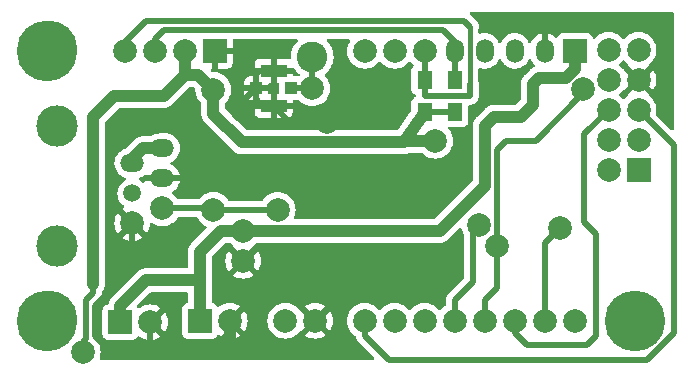
<source format=gbr>
%TF.GenerationSoftware,KiCad,Pcbnew,6.0.2+dfsg-1*%
%TF.CreationDate,2022-10-03T17:06:02+02:00*%
%TF.ProjectId,smartyreader_ng_lora,736d6172-7479-4726-9561-6465725f6e67,rev?*%
%TF.SameCoordinates,Original*%
%TF.FileFunction,Copper,L1,Top*%
%TF.FilePolarity,Positive*%
%FSLAX46Y46*%
G04 Gerber Fmt 4.6, Leading zero omitted, Abs format (unit mm)*
G04 Created by KiCad (PCBNEW 6.0.2+dfsg-1) date 2022-10-03 17:06:02*
%MOMM*%
%LPD*%
G01*
G04 APERTURE LIST*
%TA.AperFunction,ComponentPad*%
%ADD10C,1.998980*%
%TD*%
%TA.AperFunction,ComponentPad*%
%ADD11O,1.500000X1.998980*%
%TD*%
%TA.AperFunction,ComponentPad*%
%ADD12R,1.998980X1.998980*%
%TD*%
%TA.AperFunction,ComponentPad*%
%ADD13C,5.000000*%
%TD*%
%TA.AperFunction,ComponentPad*%
%ADD14O,2.000000X1.500000*%
%TD*%
%TA.AperFunction,ComponentPad*%
%ADD15C,1.500000*%
%TD*%
%TA.AperFunction,ComponentPad*%
%ADD16C,2.000000*%
%TD*%
%TA.AperFunction,ComponentPad*%
%ADD17C,3.500000*%
%TD*%
%TA.AperFunction,SMDPad,CuDef*%
%ADD18R,1.300000X1.500000*%
%TD*%
%TA.AperFunction,SMDPad,CuDef*%
%ADD19R,1.000000X1.000000*%
%TD*%
%TA.AperFunction,SMDPad,CuDef*%
%ADD20R,2.200000X1.050000*%
%TD*%
%TA.AperFunction,ComponentPad*%
%ADD21C,2.600000*%
%TD*%
%TA.AperFunction,ComponentPad*%
%ADD22C,5.128260*%
%TD*%
%TA.AperFunction,ViaPad*%
%ADD23C,2.000000*%
%TD*%
%TA.AperFunction,Conductor*%
%ADD24C,0.500000*%
%TD*%
%TA.AperFunction,Conductor*%
%ADD25C,1.000000*%
%TD*%
%TA.AperFunction,Conductor*%
%ADD26C,0.400000*%
%TD*%
G04 APERTURE END LIST*
D10*
%TO.P,W1,16,3V3*%
%TO.N,+3.3V*%
X148590000Y-130810000D03*
%TO.P,W1,15,PD_SS_15_D8*%
%TO.N,Net-(D1-Pad2)*%
X146050000Y-130810000D03*
%TO.P,W1,14,MOSI_13_D7*%
%TO.N,Net-(J3-Pad6)*%
X143510000Y-130810000D03*
%TO.P,W1,13,MISO_12_D6*%
%TO.N,Net-(J3-Pad8)*%
X140970000Y-130810000D03*
%TO.P,W1,12,SCK_14_D5*%
%TO.N,Net-(J3-Pad2)*%
X138430000Y-130810000D03*
%TO.P,W1,11,16_D0*%
%TO.N,Net-(U1-Pad5)*%
X135890000Y-130810000D03*
%TO.P,W1,10,max_3V3_A0*%
%TO.N,unconnected-(W1-Pad10)*%
X133350000Y-130810000D03*
%TO.P,W1,9,RST*%
%TO.N,Net-(J3-Pad5)*%
X130810000Y-130810000D03*
%TO.P,W1,8,TX*%
%TO.N,unconnected-(W1-Pad8)*%
X130810000Y-107950000D03*
%TO.P,W1,7,RX*%
%TO.N,Net-(J1-Pad5)*%
X133350000Y-107950000D03*
%TO.P,W1,6,D1_5_SCL*%
%TO.N,Net-(J2-Pad4)*%
X135890000Y-107950000D03*
D11*
%TO.P,W1,5,D2_4_SDA*%
%TO.N,Net-(J2-Pad3)*%
X138430000Y-107950000D03*
%TO.P,W1,4,D3_0_PU*%
%TO.N,Net-(J3-Pad4)*%
X140970000Y-107950000D03*
%TO.P,W1,3,D4_2_LEDPU*%
%TO.N,unconnected-(W1-Pad3)*%
X143510000Y-107950000D03*
%TO.P,W1,2,GND*%
%TO.N,~*%
X146050000Y-107950000D03*
D12*
%TO.P,W1,1,5V*%
%TO.N,+5V*%
X148590000Y-107950000D03*
%TD*%
%TO.P,J3,1,NC*%
%TO.N,unconnected-(J3-Pad1)*%
X153987500Y-118017500D03*
D10*
%TO.P,J3,2,SCKL*%
%TO.N,Net-(J3-Pad2)*%
X151447500Y-118017500D03*
%TO.P,J3,3,INT*%
%TO.N,unconnected-(J3-Pad3)*%
X153987500Y-115477500D03*
%TO.P,J3,4,SCS*%
%TO.N,Net-(J3-Pad4)*%
X151447500Y-115477500D03*
%TO.P,J3,5,RESET*%
%TO.N,Net-(J3-Pad5)*%
X153987500Y-112937500D03*
%TO.P,J3,6,MOSI*%
%TO.N,Net-(J3-Pad6)*%
X151447500Y-112937500D03*
%TO.P,J3,7,GND*%
%TO.N,~*%
X153987500Y-110397500D03*
%TO.P,J3,8,MISO*%
%TO.N,Net-(J3-Pad8)*%
X151447500Y-110397500D03*
%TO.P,J3,9,5V*%
%TO.N,+5V*%
X153987500Y-107857500D03*
%TO.P,J3,10,3.3V*%
%TO.N,unconnected-(J3-Pad10)*%
X151447500Y-107857500D03*
D13*
%TO.P,J3,*%
%TO.N,*%
X103987500Y-107857500D03*
X103987500Y-130717500D03*
%TD*%
D10*
%TO.P,C1,1*%
%TO.N,+5V*%
X120523000Y-123190000D03*
%TO.P,C1,2*%
%TO.N,~*%
X120523000Y-125730000D03*
%TD*%
D14*
%TO.P,J1,1,1*%
%TO.N,+5V*%
X113665000Y-116205000D03*
%TO.P,J1,2,2*%
X111125000Y-117475000D03*
%TO.P,J1,3,3*%
%TO.N,~*%
X113665000Y-118745000D03*
D15*
%TO.P,J1,4,4*%
%TO.N,unconnected-(J1-Pad4)*%
X111125000Y-120015000D03*
D16*
%TO.P,J1,5,5*%
%TO.N,Net-(J1-Pad5)*%
X113665000Y-121285000D03*
%TO.P,J1,6,6*%
%TO.N,~*%
X111125000Y-122555000D03*
D17*
%TO.P,J1,7*%
%TO.N,N/C*%
X104775000Y-114300000D03*
%TO.P,J1,8*%
X104775000Y-124460000D03*
%TD*%
D12*
%TO.P,J2,1,11*%
%TO.N,~*%
X118110000Y-107950000D03*
D10*
%TO.P,J2,2,12*%
%TO.N,+3.3V*%
X115570000Y-107950000D03*
%TO.P,J2,3,13*%
%TO.N,Net-(J2-Pad3)*%
X113030000Y-107950000D03*
%TO.P,J2,4,14*%
%TO.N,Net-(J2-Pad4)*%
X110490000Y-107950000D03*
%TD*%
D12*
%TO.P,J5,1,11*%
%TO.N,+5V*%
X116840000Y-130810000D03*
D10*
%TO.P,J5,2,12*%
%TO.N,~*%
X119380000Y-130810000D03*
%TD*%
%TO.P,R4,1*%
%TO.N,+3.3V*%
X117983000Y-111252000D03*
%TO.P,R4,2*%
%TO.N,Net-(J1-Pad5)*%
X117983000Y-121412000D03*
%TD*%
D18*
%TO.P,R5,1*%
%TO.N,+3.3V*%
X138430000Y-113110000D03*
%TO.P,R5,2*%
%TO.N,Net-(J2-Pad3)*%
X138430000Y-110410000D03*
%TD*%
D10*
%TO.P,C3,1*%
%TO.N,+3.3V*%
X124079000Y-130810000D03*
%TO.P,C3,2*%
%TO.N,~*%
X126619000Y-130810000D03*
%TD*%
D19*
%TO.P,J6,1,In*%
%TO.N,Net-(J6-Pad1)*%
X124587000Y-111125000D03*
D20*
%TO.P,J6,2,Ext*%
%TO.N,~*%
X123087000Y-109650000D03*
X123087000Y-112600000D03*
D19*
X121587000Y-111125000D03*
%TD*%
D18*
%TO.P,R6,1*%
%TO.N,+3.3V*%
X135890000Y-113110000D03*
%TO.P,R6,2*%
%TO.N,Net-(J2-Pad4)*%
X135890000Y-110410000D03*
%TD*%
D21*
%TO.P,J7,1,11*%
%TO.N,Net-(J6-Pad1)*%
X126365000Y-108458000D03*
%TD*%
D12*
%TO.P,C2,1*%
%TO.N,+5V*%
X110109000Y-130937000D03*
D10*
%TO.P,C2,2*%
%TO.N,~*%
X112649000Y-130937000D03*
%TD*%
D22*
%TO.P,H1,1*%
%TO.N,N/C*%
X103886000Y-107950000D03*
%TD*%
%TO.P,H2,1*%
%TO.N,N/C*%
X153670000Y-130810000D03*
%TD*%
%TO.P,H3,1*%
%TO.N,N/C*%
X103886000Y-130810000D03*
%TD*%
D23*
%TO.N,Net-(D1-Pad2)*%
X147320000Y-122936000D03*
%TO.N,Net-(J3-Pad2)*%
X140462000Y-122682000D03*
%TO.N,Net-(J3-Pad8)*%
X141986000Y-124460000D03*
X149316459Y-111221709D03*
%TO.N,Net-(J1-Pad5)*%
X123444000Y-121412000D03*
%TO.N,~*%
X127635000Y-113947000D03*
X120523000Y-113030000D03*
%TO.N,Net-(J6-Pad1)*%
X126365000Y-111125000D03*
%TO.N,+3.3V*%
X136779000Y-115570000D03*
X106934000Y-133477000D03*
%TD*%
D24*
%TO.N,Net-(D1-Pad2)*%
X146050000Y-124206000D02*
X147320000Y-122936000D01*
X146050000Y-130810000D02*
X146050000Y-124206000D01*
%TO.N,Net-(J3-Pad6)*%
X143510000Y-130810000D02*
X143510000Y-131826000D01*
X143510000Y-131826000D02*
X144526000Y-132842000D01*
X144526000Y-132842000D02*
X149606000Y-132842000D01*
X149352000Y-122428000D02*
X149352000Y-115033000D01*
X149606000Y-132842000D02*
X150368000Y-132080000D01*
X150368000Y-132080000D02*
X150368000Y-123444000D01*
X150368000Y-123444000D02*
X149352000Y-122428000D01*
X149352000Y-115033000D02*
X151447500Y-112937500D01*
X143510000Y-130810000D02*
X143510000Y-130302000D01*
%TO.N,Net-(J3-Pad5)*%
X154700644Y-134112000D02*
X156972000Y-131840644D01*
X130810000Y-132080000D02*
X132842000Y-134112000D01*
X156972000Y-131840644D02*
X156972000Y-115922000D01*
X156972000Y-115922000D02*
X153987500Y-112937500D01*
X130810000Y-130810000D02*
X130810000Y-132080000D01*
X132842000Y-134112000D02*
X154700644Y-134112000D01*
%TO.N,Net-(J3-Pad2)*%
X139954000Y-127508000D02*
X139954000Y-123190000D01*
X138430000Y-129032000D02*
X139954000Y-127508000D01*
X139954000Y-123190000D02*
X140462000Y-122682000D01*
%TO.N,Net-(J3-Pad8)*%
X141986000Y-124460000D02*
X141986000Y-128016000D01*
X141986000Y-128016000D02*
X140970000Y-129032000D01*
X140970000Y-129032000D02*
X140970000Y-130810000D01*
X141986000Y-124460000D02*
X141986000Y-116332000D01*
X141986000Y-116332000D02*
X142748000Y-115570000D01*
X142748000Y-115570000D02*
X145288000Y-115570000D01*
X145288000Y-115570000D02*
X149316459Y-111541541D01*
X149316459Y-111541541D02*
X149316459Y-111221709D01*
D25*
%TO.N,+5V*%
X120523000Y-123190000D02*
X137160000Y-123190000D01*
X137160000Y-123190000D02*
X140970000Y-119380000D01*
X140970000Y-119380000D02*
X140970000Y-114300000D01*
X140970000Y-114300000D02*
X141732000Y-113538000D01*
X141732000Y-113538000D02*
X144018000Y-113538000D01*
X144018000Y-113538000D02*
X145034000Y-112522000D01*
X145034000Y-112522000D02*
X145034000Y-110744000D01*
X145034000Y-110744000D02*
X145542000Y-110236000D01*
X145542000Y-110236000D02*
X147828000Y-110236000D01*
X147828000Y-110236000D02*
X148590000Y-109474000D01*
X148590000Y-109474000D02*
X148590000Y-107950000D01*
D24*
%TO.N,+3.3V*%
X106934000Y-133477000D02*
X106934000Y-132588000D01*
X106934000Y-132588000D02*
X107200480Y-132321520D01*
X107200480Y-132321520D02*
X107200480Y-129019520D01*
X107200480Y-129019520D02*
X107787282Y-128432718D01*
X107787282Y-128432718D02*
X107787282Y-127670718D01*
X106934000Y-133477000D02*
X107200480Y-133210520D01*
%TO.N,Net-(J1-Pad5)*%
X113665000Y-121285000D02*
X117856000Y-121285000D01*
X117983000Y-121412000D02*
X123444000Y-121412000D01*
X117856000Y-121285000D02*
X117983000Y-121412000D01*
%TO.N,Net-(J2-Pad3)*%
X113030000Y-106934000D02*
X113792000Y-106172000D01*
X113792000Y-106172000D02*
X137414000Y-106172000D01*
X137414000Y-106172000D02*
X138430000Y-107188000D01*
X138430000Y-107188000D02*
X138430000Y-107950000D01*
%TO.N,Net-(J2-Pad4)*%
X110490000Y-107188000D02*
X112256002Y-105421998D01*
X112256002Y-105421998D02*
X139203998Y-105421998D01*
X139203998Y-105421998D02*
X139700000Y-105918000D01*
X139700000Y-110744000D02*
X139700000Y-111760000D01*
X139700000Y-111760000D02*
X138176000Y-111760000D01*
X138176000Y-111760000D02*
X135890000Y-111760000D01*
X135890000Y-111760000D02*
X135890000Y-110410000D01*
X110490000Y-107950000D02*
X110490000Y-107188000D01*
X135890000Y-110410000D02*
X135890000Y-107950000D01*
%TO.N,Net-(J2-Pad3)*%
X113030000Y-107950000D02*
X113030000Y-106934000D01*
D26*
%TO.N,Net-(J2-Pad4)*%
X139700000Y-105918000D02*
X139700000Y-110744000D01*
D24*
%TO.N,Net-(J2-Pad3)*%
X138430000Y-110410000D02*
X138430000Y-107950000D01*
%TO.N,~*%
X107950000Y-132080000D02*
X109220000Y-133350000D01*
X121587000Y-109934000D02*
X121871000Y-109650000D01*
X120523000Y-113030000D02*
X120523000Y-112189000D01*
D25*
X119380000Y-132080000D02*
X119380000Y-130810000D01*
D24*
X121587000Y-112062000D02*
X122125000Y-112600000D01*
X123087000Y-112600000D02*
X124434000Y-113947000D01*
X112649000Y-133223000D02*
X112776000Y-133350000D01*
D25*
X112776000Y-133350000D02*
X118110000Y-133350000D01*
D24*
X121871000Y-109650000D02*
X123087000Y-109650000D01*
X121587000Y-111125000D02*
X121587000Y-112062000D01*
X111125000Y-122555000D02*
X111125000Y-126365000D01*
X122125000Y-112600000D02*
X123087000Y-112600000D01*
X120523000Y-112189000D02*
X121587000Y-111125000D01*
X111125000Y-126365000D02*
X107950000Y-129540000D01*
X109220000Y-133350000D02*
X112776000Y-133350000D01*
X124434000Y-113947000D02*
X127635000Y-113947000D01*
X112649000Y-130937000D02*
X112649000Y-133223000D01*
X107950000Y-129540000D02*
X107950000Y-132080000D01*
D25*
X118110000Y-133350000D02*
X119380000Y-132080000D01*
D24*
X121587000Y-111125000D02*
X121587000Y-109934000D01*
%TO.N,Net-(J6-Pad1)*%
X126365000Y-111125000D02*
X126365000Y-108458000D01*
X124587000Y-111125000D02*
X126365000Y-111125000D01*
D25*
%TO.N,+5V*%
X112268000Y-127381000D02*
X116840000Y-127381000D01*
X116840000Y-130810000D02*
X116840000Y-127381000D01*
X116840000Y-130810000D02*
X116840000Y-130302000D01*
X110109000Y-130937000D02*
X110109000Y-129540000D01*
X116840000Y-127381000D02*
X116840000Y-124968000D01*
X111125000Y-117094000D02*
X112014000Y-116205000D01*
X116840000Y-124968000D02*
X118618000Y-123190000D01*
X118618000Y-123190000D02*
X120523000Y-123190000D01*
X111125000Y-117475000D02*
X111125000Y-117094000D01*
X112014000Y-116205000D02*
X113665000Y-116205000D01*
X110109000Y-129540000D02*
X112268000Y-127381000D01*
%TO.N,+3.3V*%
X109601000Y-111760000D02*
X113792000Y-111760000D01*
X107787282Y-126202282D02*
X107787282Y-127670718D01*
X136779000Y-115570000D02*
X134239000Y-115570000D01*
X134239000Y-115570000D02*
X134112000Y-115697000D01*
X115570000Y-109982000D02*
X115570000Y-107950000D01*
D24*
X135890000Y-113110000D02*
X138430000Y-113110000D01*
D25*
X148590000Y-130810000D02*
X149098000Y-130810000D01*
X116713000Y-109982000D02*
X115570000Y-109982000D01*
X107823000Y-113538000D02*
X109601000Y-111760000D01*
X120396000Y-115697000D02*
X134112000Y-115697000D01*
X117983000Y-111252000D02*
X116713000Y-109982000D01*
X117983000Y-113284000D02*
X120396000Y-115697000D01*
X148590000Y-130810000D02*
X148670000Y-130810000D01*
X107823000Y-123825000D02*
X107823000Y-113538000D01*
X113792000Y-111760000D02*
X115570000Y-109982000D01*
X107787282Y-126202282D02*
X107823000Y-123825000D01*
X134112000Y-115697000D02*
X135890000Y-113110000D01*
X117983000Y-111252000D02*
X117983000Y-113284000D01*
D24*
%TO.N,Net-(J3-Pad2)*%
X138430000Y-130810000D02*
X138430000Y-129032000D01*
X138430000Y-130810000D02*
X138430000Y-131318000D01*
%TD*%
%TA.AperFunction,Conductor*%
%TO.N,~*%
G36*
X144843274Y-108643082D02*
G01*
X144893845Y-108697866D01*
X144960397Y-108837393D01*
X144966082Y-108847006D01*
X145090575Y-109020257D01*
X145097883Y-109028723D01*
X145174249Y-109102727D01*
X145209249Y-109164497D01*
X145205297Y-109235384D01*
X145163648Y-109292881D01*
X145145720Y-109304460D01*
X145073741Y-109342732D01*
X145072627Y-109343317D01*
X145005938Y-109377885D01*
X144990074Y-109386108D01*
X144985911Y-109389431D01*
X144981204Y-109391934D01*
X144976430Y-109395828D01*
X144976428Y-109395829D01*
X144909105Y-109450737D01*
X144908160Y-109451500D01*
X144869027Y-109482739D01*
X144866536Y-109485230D01*
X144865809Y-109485880D01*
X144861463Y-109489592D01*
X144854423Y-109495334D01*
X144827938Y-109516935D01*
X144824015Y-109521677D01*
X144824013Y-109521679D01*
X144798703Y-109552273D01*
X144790713Y-109561053D01*
X144364621Y-109987145D01*
X144354478Y-109996247D01*
X144338403Y-110009172D01*
X144324975Y-110019968D01*
X144295554Y-110055031D01*
X144292709Y-110058421D01*
X144289528Y-110062069D01*
X144287885Y-110063881D01*
X144285691Y-110066075D01*
X144258358Y-110099349D01*
X144257696Y-110100147D01*
X144197846Y-110171474D01*
X144195278Y-110176144D01*
X144191897Y-110180261D01*
X144188740Y-110186149D01*
X144148023Y-110262086D01*
X144147394Y-110263245D01*
X144105538Y-110339381D01*
X144105535Y-110339389D01*
X144102567Y-110344787D01*
X144100955Y-110349869D01*
X144098438Y-110354563D01*
X144071238Y-110443531D01*
X144070918Y-110444559D01*
X144042765Y-110533306D01*
X144042171Y-110538602D01*
X144040613Y-110543698D01*
X144031427Y-110634131D01*
X144031218Y-110636187D01*
X144031089Y-110637393D01*
X144029358Y-110652830D01*
X144026162Y-110681329D01*
X144025500Y-110687227D01*
X144025500Y-110690754D01*
X144025445Y-110691739D01*
X144024998Y-110697419D01*
X144020626Y-110740462D01*
X144023002Y-110765596D01*
X144024941Y-110786109D01*
X144025500Y-110797967D01*
X144025500Y-112052074D01*
X144005498Y-112120195D01*
X143988596Y-112141169D01*
X143637171Y-112492595D01*
X143574858Y-112526620D01*
X143548075Y-112529500D01*
X141793850Y-112529500D01*
X141780242Y-112528763D01*
X141779662Y-112528700D01*
X141742612Y-112524675D01*
X141692570Y-112529053D01*
X141687788Y-112529379D01*
X141685310Y-112529500D01*
X141682231Y-112529500D01*
X141679177Y-112529799D01*
X141679166Y-112529800D01*
X141639529Y-112533687D01*
X141638215Y-112533809D01*
X141602688Y-112536917D01*
X141545587Y-112541913D01*
X141540468Y-112543400D01*
X141535167Y-112543920D01*
X141446166Y-112570791D01*
X141445033Y-112571126D01*
X141361586Y-112595370D01*
X141361582Y-112595372D01*
X141355664Y-112597091D01*
X141350932Y-112599544D01*
X141345831Y-112601084D01*
X141340388Y-112603978D01*
X141263740Y-112644731D01*
X141262574Y-112645343D01*
X141185547Y-112685271D01*
X141180074Y-112688108D01*
X141175911Y-112691431D01*
X141171204Y-112693934D01*
X141166429Y-112697828D01*
X141166428Y-112697829D01*
X141099102Y-112752739D01*
X141098075Y-112753567D01*
X141061792Y-112782531D01*
X141061787Y-112782536D01*
X141059028Y-112784738D01*
X141056527Y-112787239D01*
X141055809Y-112787881D01*
X141051461Y-112791594D01*
X141017938Y-112818935D01*
X141014015Y-112823677D01*
X141014013Y-112823679D01*
X140988703Y-112854273D01*
X140980713Y-112863053D01*
X140300621Y-113543145D01*
X140290478Y-113552247D01*
X140260975Y-113575968D01*
X140257008Y-113580696D01*
X140228709Y-113614421D01*
X140225528Y-113618069D01*
X140223885Y-113619881D01*
X140221691Y-113622075D01*
X140194358Y-113655349D01*
X140193696Y-113656147D01*
X140133846Y-113727474D01*
X140131278Y-113732144D01*
X140127897Y-113736261D01*
X140096860Y-113794145D01*
X140084023Y-113818086D01*
X140083394Y-113819245D01*
X140041538Y-113895381D01*
X140041535Y-113895389D01*
X140038567Y-113900787D01*
X140036955Y-113905869D01*
X140034438Y-113910563D01*
X140007238Y-113999531D01*
X140006925Y-114000535D01*
X139978765Y-114089306D01*
X139978171Y-114094602D01*
X139976613Y-114099698D01*
X139969181Y-114172866D01*
X139967218Y-114192187D01*
X139967089Y-114193393D01*
X139961500Y-114243227D01*
X139961500Y-114246754D01*
X139961445Y-114247739D01*
X139960998Y-114253419D01*
X139956626Y-114296462D01*
X139957350Y-114304119D01*
X139960941Y-114342109D01*
X139961500Y-114353967D01*
X139961500Y-118910076D01*
X139941498Y-118978197D01*
X139924595Y-118999171D01*
X136779171Y-122144595D01*
X136716859Y-122178621D01*
X136690076Y-122181500D01*
X124946624Y-122181500D01*
X124878503Y-122161498D01*
X124832010Y-122107842D01*
X124821906Y-122037568D01*
X124830215Y-122007282D01*
X124881211Y-121884167D01*
X124881212Y-121884165D01*
X124883105Y-121879594D01*
X124924003Y-121709241D01*
X124937380Y-121653524D01*
X124937381Y-121653518D01*
X124938535Y-121648711D01*
X124957165Y-121412000D01*
X124938535Y-121175289D01*
X124934684Y-121159245D01*
X124884260Y-120949218D01*
X124883105Y-120944406D01*
X124845213Y-120852925D01*
X124794135Y-120729611D01*
X124794133Y-120729607D01*
X124792240Y-120725037D01*
X124714414Y-120598037D01*
X124670759Y-120526798D01*
X124670755Y-120526792D01*
X124668176Y-120522584D01*
X124513969Y-120342031D01*
X124333416Y-120187824D01*
X124329208Y-120185245D01*
X124329202Y-120185241D01*
X124135183Y-120066346D01*
X124130963Y-120063760D01*
X124126393Y-120061867D01*
X124126389Y-120061865D01*
X123916167Y-119974789D01*
X123916165Y-119974788D01*
X123911594Y-119972895D01*
X123831391Y-119953640D01*
X123685524Y-119918620D01*
X123685518Y-119918619D01*
X123680711Y-119917465D01*
X123454796Y-119899685D01*
X123448930Y-119899223D01*
X123444000Y-119898835D01*
X123439070Y-119899223D01*
X123433204Y-119899685D01*
X123207289Y-119917465D01*
X123202482Y-119918619D01*
X123202476Y-119918620D01*
X123056609Y-119953640D01*
X122976406Y-119972895D01*
X122971835Y-119974788D01*
X122971833Y-119974789D01*
X122761611Y-120061865D01*
X122761607Y-120061867D01*
X122757037Y-120063760D01*
X122752817Y-120066346D01*
X122558798Y-120185241D01*
X122558792Y-120185245D01*
X122554584Y-120187824D01*
X122374031Y-120342031D01*
X122219824Y-120522584D01*
X122176467Y-120593336D01*
X122123819Y-120640967D01*
X122069035Y-120653500D01*
X119357367Y-120653500D01*
X119289246Y-120633498D01*
X119249934Y-120593335D01*
X119209344Y-120527099D01*
X119206762Y-120522885D01*
X119052607Y-120342393D01*
X118872115Y-120188238D01*
X118669730Y-120064216D01*
X118665160Y-120062323D01*
X118665156Y-120062321D01*
X118455004Y-119975274D01*
X118454998Y-119975272D01*
X118450435Y-119973382D01*
X118445635Y-119972230D01*
X118445630Y-119972228D01*
X118340215Y-119946920D01*
X118219631Y-119917970D01*
X117983000Y-119899347D01*
X117746369Y-119917970D01*
X117625785Y-119946920D01*
X117520370Y-119972228D01*
X117520365Y-119972230D01*
X117515565Y-119973382D01*
X117511002Y-119975272D01*
X117510996Y-119975274D01*
X117300844Y-120062321D01*
X117300840Y-120062323D01*
X117296270Y-120064216D01*
X117093885Y-120188238D01*
X116913393Y-120342393D01*
X116910185Y-120346149D01*
X116793874Y-120482331D01*
X116734423Y-120521140D01*
X116698063Y-120526500D01*
X115039965Y-120526500D01*
X114971844Y-120506498D01*
X114932533Y-120466336D01*
X114923785Y-120452061D01*
X114889176Y-120395584D01*
X114885963Y-120391822D01*
X114738177Y-120218787D01*
X114734969Y-120215031D01*
X114554416Y-120060824D01*
X114550198Y-120058239D01*
X114550191Y-120058234D01*
X114544032Y-120054459D01*
X114496403Y-120001809D01*
X114484800Y-119931767D01*
X114512906Y-119866571D01*
X114548768Y-119838647D01*
X114548068Y-119837463D01*
X114562516Y-119828918D01*
X114735767Y-119704425D01*
X114744233Y-119697117D01*
X114892692Y-119543918D01*
X114899735Y-119535221D01*
X115018719Y-119358156D01*
X115024105Y-119348358D01*
X115109857Y-119153010D01*
X115113422Y-119142418D01*
X115143624Y-119016616D01*
X115142919Y-119002530D01*
X115134040Y-118999000D01*
X112196589Y-118999000D01*
X112182609Y-119003105D01*
X112181757Y-119008593D01*
X112151544Y-119072840D01*
X112091394Y-119110555D01*
X112020401Y-119109762D01*
X111968152Y-119078365D01*
X111937038Y-119047251D01*
X111870920Y-119000954D01*
X111838419Y-118978197D01*
X111756654Y-118920944D01*
X111751673Y-118918621D01*
X111751662Y-118918615D01*
X111736021Y-118911322D01*
X111682737Y-118864405D01*
X111663276Y-118796128D01*
X111683818Y-118728168D01*
X111737841Y-118682102D01*
X111756022Y-118675595D01*
X111790629Y-118666128D01*
X111810038Y-118660818D01*
X111810040Y-118660817D01*
X111815451Y-118659337D01*
X111820509Y-118656925D01*
X111820513Y-118656923D01*
X111938042Y-118600864D01*
X112018218Y-118562622D01*
X112089701Y-118511256D01*
X112156694Y-118487749D01*
X112176291Y-118490978D01*
X112176309Y-118490593D01*
X112185079Y-118491000D01*
X115133411Y-118491000D01*
X115147393Y-118486895D01*
X115148886Y-118477272D01*
X115148834Y-118477027D01*
X115086102Y-118273117D01*
X115081881Y-118262771D01*
X114984029Y-118073186D01*
X114978043Y-118063755D01*
X114848168Y-117894499D01*
X114840607Y-117886276D01*
X114682806Y-117742688D01*
X114673906Y-117735933D01*
X114493185Y-117622566D01*
X114483219Y-117617489D01*
X114420642Y-117592333D01*
X114364897Y-117548367D01*
X114341772Y-117481242D01*
X114358609Y-117412271D01*
X114413393Y-117361700D01*
X114473664Y-117332952D01*
X114558218Y-117292622D01*
X114740654Y-117161529D01*
X114858355Y-117040071D01*
X114893089Y-117004229D01*
X114893091Y-117004226D01*
X114896992Y-117000201D01*
X115022290Y-116813738D01*
X115112588Y-116608033D01*
X115114877Y-116598502D01*
X115163722Y-116395046D01*
X115163722Y-116395045D01*
X115165032Y-116389589D01*
X115172123Y-116266607D01*
X115177640Y-116170917D01*
X115177640Y-116170914D01*
X115177963Y-116165310D01*
X115150975Y-115942285D01*
X115084918Y-115727565D01*
X115077985Y-115714131D01*
X114984454Y-115532919D01*
X114984454Y-115532918D01*
X114981882Y-115527936D01*
X114845123Y-115349708D01*
X114678964Y-115198515D01*
X114674217Y-115195537D01*
X114674214Y-115195535D01*
X114493405Y-115082115D01*
X114488656Y-115079136D01*
X114280217Y-114995344D01*
X114060233Y-114949787D01*
X114055622Y-114949521D01*
X114055621Y-114949521D01*
X114005048Y-114946605D01*
X114005044Y-114946605D01*
X114003225Y-114946500D01*
X113358001Y-114946500D01*
X113355214Y-114946749D01*
X113355208Y-114946749D01*
X113285071Y-114953009D01*
X113191238Y-114961383D01*
X113185824Y-114962864D01*
X113185819Y-114962865D01*
X113088621Y-114989456D01*
X112974549Y-115020663D01*
X112969491Y-115023075D01*
X112969487Y-115023077D01*
X112909428Y-115051724D01*
X112771782Y-115117378D01*
X112767229Y-115120650D01*
X112694622Y-115172823D01*
X112621096Y-115196500D01*
X112075843Y-115196500D01*
X112062236Y-115195763D01*
X112030738Y-115192341D01*
X112030733Y-115192341D01*
X112024612Y-115191676D01*
X111998362Y-115193973D01*
X111974612Y-115196050D01*
X111969786Y-115196379D01*
X111967314Y-115196500D01*
X111964231Y-115196500D01*
X111952262Y-115197674D01*
X111921494Y-115200690D01*
X111920181Y-115200812D01*
X111875916Y-115204685D01*
X111827587Y-115208913D01*
X111822468Y-115210400D01*
X111817167Y-115210920D01*
X111728166Y-115237791D01*
X111727033Y-115238126D01*
X111643586Y-115262370D01*
X111643582Y-115262372D01*
X111637664Y-115264091D01*
X111632932Y-115266544D01*
X111627831Y-115268084D01*
X111622388Y-115270978D01*
X111545740Y-115311731D01*
X111544574Y-115312343D01*
X111467547Y-115352271D01*
X111462074Y-115355108D01*
X111457911Y-115358431D01*
X111453204Y-115360934D01*
X111381082Y-115419755D01*
X111380226Y-115420446D01*
X111341027Y-115451738D01*
X111338523Y-115454242D01*
X111337805Y-115454884D01*
X111333472Y-115458585D01*
X111299938Y-115485935D01*
X111270709Y-115521267D01*
X111262728Y-115530037D01*
X110551167Y-116241599D01*
X110495319Y-116274038D01*
X110439957Y-116289183D01*
X110439952Y-116289185D01*
X110434549Y-116290663D01*
X110231782Y-116387378D01*
X110049346Y-116518471D01*
X110021596Y-116547107D01*
X109912471Y-116659715D01*
X109893008Y-116679799D01*
X109767710Y-116866262D01*
X109677412Y-117071967D01*
X109676103Y-117077418D01*
X109676102Y-117077422D01*
X109663867Y-117128385D01*
X109624968Y-117290411D01*
X109624645Y-117296016D01*
X109617805Y-117414656D01*
X109612037Y-117514690D01*
X109639025Y-117737715D01*
X109705082Y-117952435D01*
X109808118Y-118152064D01*
X109944877Y-118330292D01*
X110111036Y-118481485D01*
X110115783Y-118484463D01*
X110115786Y-118484465D01*
X110244229Y-118565036D01*
X110301344Y-118600864D01*
X110440795Y-118656923D01*
X110503571Y-118682159D01*
X110559315Y-118726126D01*
X110582440Y-118793251D01*
X110565603Y-118862222D01*
X110509823Y-118913261D01*
X110493347Y-118920944D01*
X110488840Y-118924100D01*
X110488838Y-118924101D01*
X110317473Y-119044092D01*
X110317470Y-119044094D01*
X110312962Y-119047251D01*
X110157251Y-119202962D01*
X110154094Y-119207470D01*
X110154092Y-119207473D01*
X110043592Y-119365284D01*
X110030944Y-119383347D01*
X110028621Y-119388329D01*
X110028618Y-119388334D01*
X109997010Y-119456118D01*
X109937880Y-119582924D01*
X109880885Y-119795629D01*
X109861693Y-120015000D01*
X109880885Y-120234371D01*
X109937880Y-120447076D01*
X109940205Y-120452061D01*
X110028618Y-120641666D01*
X110028621Y-120641671D01*
X110030944Y-120646653D01*
X110034100Y-120651160D01*
X110034101Y-120651162D01*
X110150507Y-120817406D01*
X110157251Y-120827038D01*
X110312962Y-120982749D01*
X110317471Y-120985906D01*
X110317473Y-120985908D01*
X110384967Y-121033168D01*
X110429295Y-121088626D01*
X110436604Y-121159245D01*
X110404573Y-121222605D01*
X110378531Y-121243814D01*
X110266553Y-121312435D01*
X110257093Y-121322890D01*
X110260876Y-121331666D01*
X112345290Y-123416080D01*
X112357670Y-123422840D01*
X112365320Y-123417113D01*
X112470205Y-123245958D01*
X112474687Y-123237163D01*
X112561734Y-123027012D01*
X112564783Y-123017627D01*
X112617885Y-122796446D01*
X112619428Y-122786699D01*
X112631317Y-122635635D01*
X112656602Y-122569294D01*
X112713740Y-122527154D01*
X112784590Y-122522595D01*
X112822764Y-122538089D01*
X112973807Y-122630649D01*
X112973817Y-122630654D01*
X112978037Y-122633240D01*
X112982607Y-122635133D01*
X112982611Y-122635135D01*
X113137494Y-122699289D01*
X113197406Y-122724105D01*
X113277609Y-122743360D01*
X113423476Y-122778380D01*
X113423482Y-122778381D01*
X113428289Y-122779535D01*
X113665000Y-122798165D01*
X113901711Y-122779535D01*
X113906518Y-122778381D01*
X113906524Y-122778380D01*
X114052391Y-122743360D01*
X114132594Y-122724105D01*
X114192506Y-122699289D01*
X114347389Y-122635135D01*
X114347393Y-122635133D01*
X114351963Y-122633240D01*
X114456313Y-122569294D01*
X114550202Y-122511759D01*
X114550208Y-122511755D01*
X114554416Y-122509176D01*
X114734969Y-122354969D01*
X114804315Y-122273776D01*
X114885963Y-122178178D01*
X114889176Y-122174416D01*
X114932533Y-122103664D01*
X114985181Y-122056033D01*
X115039965Y-122043500D01*
X116530807Y-122043500D01*
X116598928Y-122063502D01*
X116638240Y-122103665D01*
X116652585Y-122127073D01*
X116759238Y-122301115D01*
X116913393Y-122481607D01*
X117093885Y-122635762D01*
X117296270Y-122759784D01*
X117300840Y-122761677D01*
X117300848Y-122761681D01*
X117352365Y-122783019D01*
X117407646Y-122827566D01*
X117430068Y-122894929D01*
X117412511Y-122963721D01*
X117393243Y-122988523D01*
X116170621Y-124211145D01*
X116160478Y-124220247D01*
X116130975Y-124243968D01*
X116117852Y-124259607D01*
X116098709Y-124282421D01*
X116095528Y-124286069D01*
X116093885Y-124287881D01*
X116091691Y-124290075D01*
X116064358Y-124323349D01*
X116063696Y-124324147D01*
X116003846Y-124395474D01*
X116001278Y-124400144D01*
X115997897Y-124404261D01*
X115983809Y-124430535D01*
X115954023Y-124486086D01*
X115953394Y-124487245D01*
X115911538Y-124563381D01*
X115911535Y-124563389D01*
X115908567Y-124568787D01*
X115906955Y-124573869D01*
X115904438Y-124578563D01*
X115877238Y-124667531D01*
X115876918Y-124668559D01*
X115848765Y-124757306D01*
X115848171Y-124762602D01*
X115846613Y-124767698D01*
X115845990Y-124773834D01*
X115837218Y-124860187D01*
X115837089Y-124861393D01*
X115831500Y-124911227D01*
X115831500Y-124914754D01*
X115831445Y-124915739D01*
X115830998Y-124921419D01*
X115826626Y-124964462D01*
X115827206Y-124970593D01*
X115830941Y-125010109D01*
X115831500Y-125021967D01*
X115831500Y-126246500D01*
X115811498Y-126314621D01*
X115757842Y-126361114D01*
X115705500Y-126372500D01*
X112329842Y-126372500D01*
X112316235Y-126371763D01*
X112284737Y-126368341D01*
X112284732Y-126368341D01*
X112278611Y-126367676D01*
X112260611Y-126369251D01*
X112228609Y-126372050D01*
X112223784Y-126372379D01*
X112221313Y-126372500D01*
X112218231Y-126372500D01*
X112195763Y-126374703D01*
X112175489Y-126376691D01*
X112174174Y-126376813D01*
X112141913Y-126379636D01*
X112081587Y-126384913D01*
X112076468Y-126386400D01*
X112071167Y-126386920D01*
X111982166Y-126413791D01*
X111981033Y-126414126D01*
X111897586Y-126438370D01*
X111897582Y-126438372D01*
X111891664Y-126440091D01*
X111886932Y-126442544D01*
X111881831Y-126444084D01*
X111876388Y-126446978D01*
X111799740Y-126487731D01*
X111798574Y-126488343D01*
X111721547Y-126528271D01*
X111716074Y-126531108D01*
X111711911Y-126534431D01*
X111707204Y-126536934D01*
X111635082Y-126595755D01*
X111634226Y-126596446D01*
X111595027Y-126627738D01*
X111592523Y-126630242D01*
X111591805Y-126630884D01*
X111587472Y-126634585D01*
X111553938Y-126661935D01*
X111550011Y-126666682D01*
X111550009Y-126666684D01*
X111524713Y-126697262D01*
X111516723Y-126706042D01*
X109439621Y-128783145D01*
X109429478Y-128792247D01*
X109399975Y-128815968D01*
X109396008Y-128820696D01*
X109367709Y-128854421D01*
X109364528Y-128858069D01*
X109362885Y-128859881D01*
X109360691Y-128862075D01*
X109333358Y-128895349D01*
X109332696Y-128896147D01*
X109272846Y-128967474D01*
X109270278Y-128972144D01*
X109266897Y-128976261D01*
X109251969Y-129004102D01*
X109223023Y-129058086D01*
X109222394Y-129059245D01*
X109180538Y-129135381D01*
X109180535Y-129135389D01*
X109177567Y-129140787D01*
X109175955Y-129145869D01*
X109173438Y-129150563D01*
X109146238Y-129239531D01*
X109145918Y-129240559D01*
X109117765Y-129329306D01*
X109117171Y-129334602D01*
X109116521Y-129336727D01*
X109116316Y-129337107D01*
X109115822Y-129339016D01*
X109115601Y-129339738D01*
X109114994Y-129339552D01*
X109083226Y-129398328D01*
X109021060Y-129432620D01*
X109007362Y-129434878D01*
X108999194Y-129435765D01*
X108862805Y-129486895D01*
X108746249Y-129574249D01*
X108658895Y-129690805D01*
X108607765Y-129827194D01*
X108601010Y-129889376D01*
X108601010Y-131984624D01*
X108607765Y-132046806D01*
X108658895Y-132183195D01*
X108746249Y-132299751D01*
X108862805Y-132387105D01*
X108999194Y-132438235D01*
X109061376Y-132444990D01*
X111156624Y-132444990D01*
X111218806Y-132438235D01*
X111355195Y-132387105D01*
X111471751Y-132299751D01*
X111559105Y-132183195D01*
X111559274Y-132182744D01*
X111606509Y-132135618D01*
X111675900Y-132120606D01*
X111742392Y-132145494D01*
X111748598Y-132150464D01*
X111756421Y-132157145D01*
X111764394Y-132162938D01*
X111958278Y-132281750D01*
X111967072Y-132286231D01*
X112177147Y-132373247D01*
X112186532Y-132376296D01*
X112407634Y-132429379D01*
X112417381Y-132430922D01*
X112644070Y-132448763D01*
X112653930Y-132448763D01*
X112880619Y-132430922D01*
X112890366Y-132429379D01*
X113111468Y-132376296D01*
X113120853Y-132373247D01*
X113330928Y-132286231D01*
X113339722Y-132281750D01*
X113507076Y-132179196D01*
X113516536Y-132168740D01*
X113512752Y-132159962D01*
X112378885Y-131026095D01*
X112344859Y-130963783D01*
X112346694Y-130938132D01*
X113013408Y-130938132D01*
X113013539Y-130939965D01*
X113017790Y-130946580D01*
X113868919Y-131797709D01*
X113881299Y-131804469D01*
X113888949Y-131798742D01*
X113993750Y-131627722D01*
X113998231Y-131618928D01*
X114085247Y-131408853D01*
X114088296Y-131399468D01*
X114141379Y-131178366D01*
X114142922Y-131168619D01*
X114160763Y-130941930D01*
X114160763Y-130932070D01*
X114142922Y-130705381D01*
X114141379Y-130695634D01*
X114088296Y-130474532D01*
X114085247Y-130465147D01*
X113998231Y-130255072D01*
X113993750Y-130246278D01*
X113891196Y-130078924D01*
X113880740Y-130069464D01*
X113871962Y-130073248D01*
X113021022Y-130924188D01*
X113013408Y-130938132D01*
X112346694Y-130938132D01*
X112349924Y-130892968D01*
X112378885Y-130847905D01*
X113509709Y-129717081D01*
X113516469Y-129704701D01*
X113510742Y-129697051D01*
X113339722Y-129592250D01*
X113330928Y-129587769D01*
X113120853Y-129500753D01*
X113111468Y-129497704D01*
X112890366Y-129444621D01*
X112880619Y-129443078D01*
X112653930Y-129425237D01*
X112644070Y-129425237D01*
X112417381Y-129443078D01*
X112407634Y-129444621D01*
X112186532Y-129497704D01*
X112177147Y-129500753D01*
X111967072Y-129587769D01*
X111958278Y-129592250D01*
X111764394Y-129711062D01*
X111756421Y-129716855D01*
X111748598Y-129723536D01*
X111683808Y-129752567D01*
X111613608Y-129741962D01*
X111560919Y-129695643D01*
X111559105Y-129690805D01*
X111553720Y-129683619D01*
X111549790Y-129678376D01*
X111524941Y-129611870D01*
X111539993Y-129542487D01*
X111561520Y-129513715D01*
X112648829Y-128426405D01*
X112711141Y-128392380D01*
X112737924Y-128389500D01*
X115705500Y-128389500D01*
X115773621Y-128409502D01*
X115820114Y-128463158D01*
X115831500Y-128515500D01*
X115831500Y-129186138D01*
X115811498Y-129254259D01*
X115757842Y-129300752D01*
X115736517Y-129308078D01*
X115730194Y-129308765D01*
X115593805Y-129359895D01*
X115477249Y-129447249D01*
X115389895Y-129563805D01*
X115338765Y-129700194D01*
X115332010Y-129762376D01*
X115332010Y-131857624D01*
X115338765Y-131919806D01*
X115389895Y-132056195D01*
X115477249Y-132172751D01*
X115593805Y-132260105D01*
X115730194Y-132311235D01*
X115792376Y-132317990D01*
X117887624Y-132317990D01*
X117949806Y-132311235D01*
X118086195Y-132260105D01*
X118202751Y-132172751D01*
X118290105Y-132056195D01*
X118290274Y-132055744D01*
X118337509Y-132008618D01*
X118406900Y-131993606D01*
X118473392Y-132018494D01*
X118479598Y-132023464D01*
X118487421Y-132030145D01*
X118495394Y-132035938D01*
X118689278Y-132154750D01*
X118698072Y-132159231D01*
X118908147Y-132246247D01*
X118917532Y-132249296D01*
X119138634Y-132302379D01*
X119148381Y-132303922D01*
X119375070Y-132321763D01*
X119384930Y-132321763D01*
X119611619Y-132303922D01*
X119621366Y-132302379D01*
X119842468Y-132249296D01*
X119851853Y-132246247D01*
X120061928Y-132159231D01*
X120070722Y-132154750D01*
X120238076Y-132052196D01*
X120247536Y-132041740D01*
X120243752Y-132032962D01*
X119109885Y-130899095D01*
X119075859Y-130836783D01*
X119077694Y-130811132D01*
X119744408Y-130811132D01*
X119744539Y-130812965D01*
X119748790Y-130819580D01*
X120599919Y-131670709D01*
X120612299Y-131677469D01*
X120619949Y-131671742D01*
X120724750Y-131500722D01*
X120729231Y-131491928D01*
X120816247Y-131281853D01*
X120819296Y-131272468D01*
X120872379Y-131051366D01*
X120873922Y-131041619D01*
X120891763Y-130814930D01*
X120891763Y-130810000D01*
X122566347Y-130810000D01*
X122584970Y-131046631D01*
X122586125Y-131051440D01*
X122639190Y-131272468D01*
X122640382Y-131277435D01*
X122642272Y-131281998D01*
X122642274Y-131282004D01*
X122729227Y-131491928D01*
X122731216Y-131496730D01*
X122855238Y-131699115D01*
X123009393Y-131879607D01*
X123189885Y-132033762D01*
X123392270Y-132157784D01*
X123396840Y-132159677D01*
X123396844Y-132159679D01*
X123606996Y-132246726D01*
X123607002Y-132246728D01*
X123611565Y-132248618D01*
X123616365Y-132249770D01*
X123616370Y-132249772D01*
X123721785Y-132275080D01*
X123842369Y-132304030D01*
X124079000Y-132322653D01*
X124315631Y-132304030D01*
X124436215Y-132275080D01*
X124541630Y-132249772D01*
X124541635Y-132249770D01*
X124546435Y-132248618D01*
X124550998Y-132246728D01*
X124551004Y-132246726D01*
X124761156Y-132159679D01*
X124761160Y-132159677D01*
X124765730Y-132157784D01*
X124954184Y-132042299D01*
X125751531Y-132042299D01*
X125757258Y-132049949D01*
X125928278Y-132154750D01*
X125937072Y-132159231D01*
X126147147Y-132246247D01*
X126156532Y-132249296D01*
X126377634Y-132302379D01*
X126387381Y-132303922D01*
X126614070Y-132321763D01*
X126623930Y-132321763D01*
X126850619Y-132303922D01*
X126860366Y-132302379D01*
X127081468Y-132249296D01*
X127090853Y-132246247D01*
X127300928Y-132159231D01*
X127309722Y-132154750D01*
X127477076Y-132052196D01*
X127486536Y-132041740D01*
X127482752Y-132032962D01*
X126631812Y-131182022D01*
X126617868Y-131174408D01*
X126616035Y-131174539D01*
X126609420Y-131178790D01*
X125758291Y-132029919D01*
X125751531Y-132042299D01*
X124954184Y-132042299D01*
X124968115Y-132033762D01*
X125148607Y-131879607D01*
X125151815Y-131875851D01*
X125151820Y-131875846D01*
X125282442Y-131722907D01*
X125341892Y-131684097D01*
X125377325Y-131681818D01*
X125396038Y-131673752D01*
X126246978Y-130822812D01*
X126253356Y-130811132D01*
X126983408Y-130811132D01*
X126983539Y-130812965D01*
X126987790Y-130819580D01*
X127838919Y-131670709D01*
X127851299Y-131677469D01*
X127858949Y-131671742D01*
X127963750Y-131500722D01*
X127968231Y-131491928D01*
X128055247Y-131281853D01*
X128058296Y-131272468D01*
X128111379Y-131051366D01*
X128112922Y-131041619D01*
X128130763Y-130814930D01*
X128130763Y-130805070D01*
X128112922Y-130578381D01*
X128111379Y-130568634D01*
X128058296Y-130347532D01*
X128055247Y-130338147D01*
X127968231Y-130128072D01*
X127963750Y-130119278D01*
X127861196Y-129951924D01*
X127850740Y-129942464D01*
X127841962Y-129946248D01*
X126991022Y-130797188D01*
X126983408Y-130811132D01*
X126253356Y-130811132D01*
X126254592Y-130808868D01*
X126254461Y-130807035D01*
X126250210Y-130800420D01*
X125399081Y-129949291D01*
X125382870Y-129940439D01*
X125318338Y-129926400D01*
X125282913Y-129897644D01*
X125151815Y-129744149D01*
X125148607Y-129740393D01*
X124968115Y-129586238D01*
X124955096Y-129578260D01*
X125751464Y-129578260D01*
X125755248Y-129587038D01*
X126606188Y-130437978D01*
X126620132Y-130445592D01*
X126621965Y-130445461D01*
X126628580Y-130441210D01*
X127479709Y-129590081D01*
X127486469Y-129577701D01*
X127480742Y-129570051D01*
X127309722Y-129465250D01*
X127300928Y-129460769D01*
X127090853Y-129373753D01*
X127081468Y-129370704D01*
X126860366Y-129317621D01*
X126850619Y-129316078D01*
X126623930Y-129298237D01*
X126614070Y-129298237D01*
X126387381Y-129316078D01*
X126377634Y-129317621D01*
X126156532Y-129370704D01*
X126147147Y-129373753D01*
X125937072Y-129460769D01*
X125928278Y-129465250D01*
X125760924Y-129567804D01*
X125751464Y-129578260D01*
X124955096Y-129578260D01*
X124765730Y-129462216D01*
X124761160Y-129460323D01*
X124761156Y-129460321D01*
X124551004Y-129373274D01*
X124550998Y-129373272D01*
X124546435Y-129371382D01*
X124541635Y-129370230D01*
X124541630Y-129370228D01*
X124414630Y-129339738D01*
X124315631Y-129315970D01*
X124079000Y-129297347D01*
X123842369Y-129315970D01*
X123743370Y-129339738D01*
X123616370Y-129370228D01*
X123616365Y-129370230D01*
X123611565Y-129371382D01*
X123607002Y-129373272D01*
X123606996Y-129373274D01*
X123396844Y-129460321D01*
X123396840Y-129460323D01*
X123392270Y-129462216D01*
X123189885Y-129586238D01*
X123009393Y-129740393D01*
X122855238Y-129920885D01*
X122731216Y-130123270D01*
X122729323Y-130127840D01*
X122729321Y-130127844D01*
X122642274Y-130337996D01*
X122642272Y-130338002D01*
X122640382Y-130342565D01*
X122639230Y-130347365D01*
X122639228Y-130347370D01*
X122617475Y-130437978D01*
X122584970Y-130573369D01*
X122566347Y-130810000D01*
X120891763Y-130810000D01*
X120891763Y-130805070D01*
X120873922Y-130578381D01*
X120872379Y-130568634D01*
X120819296Y-130347532D01*
X120816247Y-130338147D01*
X120729231Y-130128072D01*
X120724750Y-130119278D01*
X120622196Y-129951924D01*
X120611740Y-129942464D01*
X120602962Y-129946248D01*
X119752022Y-130797188D01*
X119744408Y-130811132D01*
X119077694Y-130811132D01*
X119080924Y-130765968D01*
X119109885Y-130720905D01*
X120240709Y-129590081D01*
X120247469Y-129577701D01*
X120241742Y-129570051D01*
X120070722Y-129465250D01*
X120061928Y-129460769D01*
X119851853Y-129373753D01*
X119842468Y-129370704D01*
X119621366Y-129317621D01*
X119611619Y-129316078D01*
X119384930Y-129298237D01*
X119375070Y-129298237D01*
X119148381Y-129316078D01*
X119138634Y-129317621D01*
X118917532Y-129370704D01*
X118908147Y-129373753D01*
X118698072Y-129460769D01*
X118689278Y-129465250D01*
X118495394Y-129584062D01*
X118487421Y-129589855D01*
X118479598Y-129596536D01*
X118414808Y-129625567D01*
X118344608Y-129614962D01*
X118291919Y-129568643D01*
X118290105Y-129563805D01*
X118202751Y-129447249D01*
X118086195Y-129359895D01*
X117949806Y-129308765D01*
X117944404Y-129308178D01*
X117883708Y-129273504D01*
X117850887Y-129210549D01*
X117848500Y-129186138D01*
X117848500Y-127440873D01*
X117849190Y-127427703D01*
X117852711Y-127394204D01*
X117852711Y-127394202D01*
X117853355Y-127388075D01*
X117849019Y-127340430D01*
X117848500Y-127329010D01*
X117848500Y-126962299D01*
X119655531Y-126962299D01*
X119661258Y-126969949D01*
X119832278Y-127074750D01*
X119841072Y-127079231D01*
X120051147Y-127166247D01*
X120060532Y-127169296D01*
X120281634Y-127222379D01*
X120291381Y-127223922D01*
X120518070Y-127241763D01*
X120527930Y-127241763D01*
X120754619Y-127223922D01*
X120764366Y-127222379D01*
X120985468Y-127169296D01*
X120994853Y-127166247D01*
X121204928Y-127079231D01*
X121213722Y-127074750D01*
X121381076Y-126972196D01*
X121390536Y-126961740D01*
X121386752Y-126952962D01*
X120535812Y-126102022D01*
X120521868Y-126094408D01*
X120520035Y-126094539D01*
X120513420Y-126098790D01*
X119662291Y-126949919D01*
X119655531Y-126962299D01*
X117848500Y-126962299D01*
X117848500Y-125734930D01*
X119011237Y-125734930D01*
X119029078Y-125961619D01*
X119030621Y-125971366D01*
X119083704Y-126192468D01*
X119086753Y-126201853D01*
X119173769Y-126411928D01*
X119178250Y-126420722D01*
X119280804Y-126588076D01*
X119291260Y-126597536D01*
X119300038Y-126593752D01*
X120150978Y-125742812D01*
X120157356Y-125731132D01*
X120887408Y-125731132D01*
X120887539Y-125732965D01*
X120891790Y-125739580D01*
X121742919Y-126590709D01*
X121755299Y-126597469D01*
X121762949Y-126591742D01*
X121867750Y-126420722D01*
X121872231Y-126411928D01*
X121959247Y-126201853D01*
X121962296Y-126192468D01*
X122015379Y-125971366D01*
X122016922Y-125961619D01*
X122034763Y-125734930D01*
X122034763Y-125725070D01*
X122016922Y-125498381D01*
X122015379Y-125488634D01*
X121962296Y-125267532D01*
X121959247Y-125258147D01*
X121872231Y-125048072D01*
X121867750Y-125039278D01*
X121765196Y-124871924D01*
X121754740Y-124862464D01*
X121745962Y-124866248D01*
X120895022Y-125717188D01*
X120887408Y-125731132D01*
X120157356Y-125731132D01*
X120158592Y-125728868D01*
X120158461Y-125727035D01*
X120154210Y-125720420D01*
X119303081Y-124869291D01*
X119290701Y-124862531D01*
X119283051Y-124868258D01*
X119178250Y-125039278D01*
X119173769Y-125048072D01*
X119086753Y-125258147D01*
X119083704Y-125267532D01*
X119030621Y-125488634D01*
X119029078Y-125498381D01*
X119011237Y-125725070D01*
X119011237Y-125734930D01*
X117848500Y-125734930D01*
X117848500Y-125437925D01*
X117868502Y-125369804D01*
X117885405Y-125348830D01*
X118998829Y-124235405D01*
X119061141Y-124201380D01*
X119087924Y-124198500D01*
X119343117Y-124198500D01*
X119411238Y-124218502D01*
X119438924Y-124242665D01*
X119453393Y-124259607D01*
X119457155Y-124262820D01*
X119457163Y-124262828D01*
X119610093Y-124393442D01*
X119648903Y-124452892D01*
X119651182Y-124488325D01*
X119659248Y-124507038D01*
X120510188Y-125357978D01*
X120524132Y-125365592D01*
X120525965Y-125365461D01*
X120532580Y-125361210D01*
X121383709Y-124510081D01*
X121392561Y-124493870D01*
X121406600Y-124429338D01*
X121435356Y-124393913D01*
X121588843Y-124262822D01*
X121588845Y-124262820D01*
X121592607Y-124259607D01*
X121607074Y-124242669D01*
X121666520Y-124203861D01*
X121702883Y-124198500D01*
X137098157Y-124198500D01*
X137111764Y-124199237D01*
X137143262Y-124202659D01*
X137143267Y-124202659D01*
X137149388Y-124203324D01*
X137175638Y-124201027D01*
X137199388Y-124198950D01*
X137204214Y-124198621D01*
X137206686Y-124198500D01*
X137209769Y-124198500D01*
X137221738Y-124197326D01*
X137252506Y-124194310D01*
X137253819Y-124194188D01*
X137298084Y-124190315D01*
X137346413Y-124186087D01*
X137351532Y-124184600D01*
X137356833Y-124184080D01*
X137445834Y-124157209D01*
X137446967Y-124156874D01*
X137530414Y-124132630D01*
X137530418Y-124132628D01*
X137536336Y-124130909D01*
X137541068Y-124128456D01*
X137546169Y-124126916D01*
X137553982Y-124122762D01*
X137628260Y-124083269D01*
X137629426Y-124082657D01*
X137706453Y-124042729D01*
X137711926Y-124039892D01*
X137716089Y-124036569D01*
X137720796Y-124034066D01*
X137792918Y-123975245D01*
X137793774Y-123974554D01*
X137832973Y-123943262D01*
X137835477Y-123940758D01*
X137836195Y-123940116D01*
X137840528Y-123936415D01*
X137874062Y-123909065D01*
X137903288Y-123873737D01*
X137911277Y-123864958D01*
X138787089Y-122989146D01*
X138849401Y-122955120D01*
X138920216Y-122960185D01*
X138977052Y-123002732D01*
X138998703Y-123048827D01*
X139022895Y-123149594D01*
X139024788Y-123154165D01*
X139024789Y-123154167D01*
X139095263Y-123324306D01*
X139113760Y-123368963D01*
X139116346Y-123373183D01*
X139176933Y-123472052D01*
X139195500Y-123537887D01*
X139195500Y-127141629D01*
X139175498Y-127209750D01*
X139158595Y-127230724D01*
X137941089Y-128448230D01*
X137926677Y-128460616D01*
X137915082Y-128469149D01*
X137915077Y-128469154D01*
X137909182Y-128473492D01*
X137904443Y-128479070D01*
X137904440Y-128479073D01*
X137874965Y-128513768D01*
X137868035Y-128521284D01*
X137862340Y-128526979D01*
X137860060Y-128529861D01*
X137844719Y-128549251D01*
X137841928Y-128552655D01*
X137799409Y-128602703D01*
X137794667Y-128608285D01*
X137791339Y-128614801D01*
X137787972Y-128619850D01*
X137784805Y-128624979D01*
X137780266Y-128630716D01*
X137749345Y-128696875D01*
X137747442Y-128700769D01*
X137714231Y-128765808D01*
X137712492Y-128772916D01*
X137710393Y-128778559D01*
X137708476Y-128784322D01*
X137705378Y-128790950D01*
X137690597Y-128862015D01*
X137690514Y-128862412D01*
X137689544Y-128866696D01*
X137672192Y-128937610D01*
X137671844Y-128943212D01*
X137671844Y-128943215D01*
X137671606Y-128947055D01*
X137671500Y-128948764D01*
X137671464Y-128948762D01*
X137671225Y-128952755D01*
X137670851Y-128956947D01*
X137669360Y-128964115D01*
X137669942Y-128985645D01*
X137671454Y-129041521D01*
X137671500Y-129044928D01*
X137671500Y-129435633D01*
X137651498Y-129503754D01*
X137611335Y-129543066D01*
X137590617Y-129555762D01*
X137540885Y-129586238D01*
X137360393Y-129740393D01*
X137357185Y-129744149D01*
X137357180Y-129744154D01*
X137255811Y-129862842D01*
X137196361Y-129901652D01*
X137125366Y-129902159D01*
X137064189Y-129862842D01*
X136962820Y-129744154D01*
X136962815Y-129744149D01*
X136959607Y-129740393D01*
X136779115Y-129586238D01*
X136576730Y-129462216D01*
X136572160Y-129460323D01*
X136572156Y-129460321D01*
X136362004Y-129373274D01*
X136361998Y-129373272D01*
X136357435Y-129371382D01*
X136352635Y-129370230D01*
X136352630Y-129370228D01*
X136225630Y-129339738D01*
X136126631Y-129315970D01*
X135890000Y-129297347D01*
X135653369Y-129315970D01*
X135554370Y-129339738D01*
X135427370Y-129370228D01*
X135427365Y-129370230D01*
X135422565Y-129371382D01*
X135418002Y-129373272D01*
X135417996Y-129373274D01*
X135207844Y-129460321D01*
X135207840Y-129460323D01*
X135203270Y-129462216D01*
X135000885Y-129586238D01*
X134820393Y-129740393D01*
X134817185Y-129744149D01*
X134817180Y-129744154D01*
X134715811Y-129862842D01*
X134656361Y-129901652D01*
X134585366Y-129902159D01*
X134524189Y-129862842D01*
X134422820Y-129744154D01*
X134422815Y-129744149D01*
X134419607Y-129740393D01*
X134239115Y-129586238D01*
X134036730Y-129462216D01*
X134032160Y-129460323D01*
X134032156Y-129460321D01*
X133822004Y-129373274D01*
X133821998Y-129373272D01*
X133817435Y-129371382D01*
X133812635Y-129370230D01*
X133812630Y-129370228D01*
X133685630Y-129339738D01*
X133586631Y-129315970D01*
X133350000Y-129297347D01*
X133113369Y-129315970D01*
X133014370Y-129339738D01*
X132887370Y-129370228D01*
X132887365Y-129370230D01*
X132882565Y-129371382D01*
X132878002Y-129373272D01*
X132877996Y-129373274D01*
X132667844Y-129460321D01*
X132667840Y-129460323D01*
X132663270Y-129462216D01*
X132460885Y-129586238D01*
X132280393Y-129740393D01*
X132277185Y-129744149D01*
X132277180Y-129744154D01*
X132175811Y-129862842D01*
X132116361Y-129901652D01*
X132045366Y-129902159D01*
X131984189Y-129862842D01*
X131882820Y-129744154D01*
X131882815Y-129744149D01*
X131879607Y-129740393D01*
X131699115Y-129586238D01*
X131496730Y-129462216D01*
X131492160Y-129460323D01*
X131492156Y-129460321D01*
X131282004Y-129373274D01*
X131281998Y-129373272D01*
X131277435Y-129371382D01*
X131272635Y-129370230D01*
X131272630Y-129370228D01*
X131145630Y-129339738D01*
X131046631Y-129315970D01*
X130810000Y-129297347D01*
X130573369Y-129315970D01*
X130474370Y-129339738D01*
X130347370Y-129370228D01*
X130347365Y-129370230D01*
X130342565Y-129371382D01*
X130338002Y-129373272D01*
X130337996Y-129373274D01*
X130127844Y-129460321D01*
X130127840Y-129460323D01*
X130123270Y-129462216D01*
X129920885Y-129586238D01*
X129740393Y-129740393D01*
X129586238Y-129920885D01*
X129462216Y-130123270D01*
X129460323Y-130127840D01*
X129460321Y-130127844D01*
X129373274Y-130337996D01*
X129373272Y-130338002D01*
X129371382Y-130342565D01*
X129370230Y-130347365D01*
X129370228Y-130347370D01*
X129348475Y-130437978D01*
X129315970Y-130573369D01*
X129297347Y-130810000D01*
X129315970Y-131046631D01*
X129317125Y-131051440D01*
X129370190Y-131272468D01*
X129371382Y-131277435D01*
X129373272Y-131281998D01*
X129373274Y-131282004D01*
X129460227Y-131491928D01*
X129462216Y-131496730D01*
X129586238Y-131699115D01*
X129740393Y-131879607D01*
X129920885Y-132033762D01*
X129969214Y-132063378D01*
X129997168Y-132080508D01*
X130044799Y-132133156D01*
X130056918Y-132177725D01*
X130061140Y-132229637D01*
X130063396Y-132236601D01*
X130064587Y-132242560D01*
X130065971Y-132248415D01*
X130066818Y-132255681D01*
X130091735Y-132324327D01*
X130093152Y-132328455D01*
X130108651Y-132376296D01*
X130115649Y-132397899D01*
X130119445Y-132404154D01*
X130121951Y-132409628D01*
X130124670Y-132415058D01*
X130127167Y-132421937D01*
X130131180Y-132428057D01*
X130131180Y-132428058D01*
X130167186Y-132482976D01*
X130169523Y-132486680D01*
X130207405Y-132549107D01*
X130211121Y-132553315D01*
X130211122Y-132553316D01*
X130214803Y-132557484D01*
X130214776Y-132557508D01*
X130217429Y-132560500D01*
X130220132Y-132563733D01*
X130224144Y-132569852D01*
X130229456Y-132574884D01*
X130280383Y-132623128D01*
X130282825Y-132625506D01*
X131554224Y-133896905D01*
X131588250Y-133959217D01*
X131583185Y-134030032D01*
X131540638Y-134086868D01*
X131474118Y-134111679D01*
X131465129Y-134112000D01*
X108491727Y-134112000D01*
X108423606Y-134091998D01*
X108377113Y-134038342D01*
X108367009Y-133968068D01*
X108371655Y-133948094D01*
X108373105Y-133944594D01*
X108393090Y-133861352D01*
X108427380Y-133718524D01*
X108427381Y-133718518D01*
X108428535Y-133713711D01*
X108447165Y-133477000D01*
X108428535Y-133240289D01*
X108423068Y-133217515D01*
X108374260Y-133014218D01*
X108373105Y-133009406D01*
X108348571Y-132950175D01*
X108284135Y-132794611D01*
X108284133Y-132794607D01*
X108282240Y-132790037D01*
X108204863Y-132663770D01*
X108160759Y-132591798D01*
X108160755Y-132591792D01*
X108158176Y-132587584D01*
X108016700Y-132421937D01*
X108007184Y-132410795D01*
X108007182Y-132410793D01*
X108003969Y-132407031D01*
X108000202Y-132403814D01*
X107996707Y-132400319D01*
X107998250Y-132398776D01*
X107964405Y-132346961D01*
X107959080Y-132313971D01*
X107959026Y-132311973D01*
X107958980Y-132308569D01*
X107958980Y-129385891D01*
X107978982Y-129317770D01*
X107995885Y-129296796D01*
X108276193Y-129016488D01*
X108290605Y-129004102D01*
X108302200Y-128995569D01*
X108302205Y-128995564D01*
X108308100Y-128991226D01*
X108312839Y-128985648D01*
X108312842Y-128985645D01*
X108342317Y-128950950D01*
X108349247Y-128943434D01*
X108354942Y-128937739D01*
X108372563Y-128915467D01*
X108375354Y-128912063D01*
X108417873Y-128862015D01*
X108417874Y-128862013D01*
X108422615Y-128856433D01*
X108425943Y-128849917D01*
X108429310Y-128844868D01*
X108432477Y-128839739D01*
X108437016Y-128834002D01*
X108467937Y-128767843D01*
X108469843Y-128763943D01*
X108480798Y-128742489D01*
X108503051Y-128698910D01*
X108504790Y-128691802D01*
X108506889Y-128686159D01*
X108508806Y-128680396D01*
X108511904Y-128673768D01*
X108526769Y-128602301D01*
X108527739Y-128598017D01*
X108532429Y-128578851D01*
X108545090Y-128527108D01*
X108545452Y-128521284D01*
X108545782Y-128515954D01*
X108545818Y-128515956D01*
X108546057Y-128511963D01*
X108546431Y-128507771D01*
X108547922Y-128500603D01*
X108545828Y-128423197D01*
X108545782Y-128419790D01*
X108545782Y-128381647D01*
X108565784Y-128313526D01*
X108575252Y-128300667D01*
X108623436Y-128243244D01*
X108626403Y-128237846D01*
X108626407Y-128237841D01*
X108706709Y-128091770D01*
X108718715Y-128069931D01*
X108727378Y-128042624D01*
X108776655Y-127887282D01*
X108776655Y-127887281D01*
X108778517Y-127881412D01*
X108795782Y-127727491D01*
X108795782Y-126210800D01*
X108795796Y-126208907D01*
X108830556Y-123895466D01*
X108830979Y-123888782D01*
X108830912Y-123888778D01*
X108831108Y-123885266D01*
X108831500Y-123881773D01*
X108831500Y-123833546D01*
X108831514Y-123831653D01*
X108832088Y-123793471D01*
X108832088Y-123793464D01*
X108832134Y-123790388D01*
X108831909Y-123787670D01*
X110257160Y-123787670D01*
X110262887Y-123795320D01*
X110434042Y-123900205D01*
X110442837Y-123904687D01*
X110652988Y-123991734D01*
X110662373Y-123994783D01*
X110883554Y-124047885D01*
X110893301Y-124049428D01*
X111120070Y-124067275D01*
X111129930Y-124067275D01*
X111356699Y-124049428D01*
X111366446Y-124047885D01*
X111587627Y-123994783D01*
X111597012Y-123991734D01*
X111807163Y-123904687D01*
X111815958Y-123900205D01*
X111983445Y-123797568D01*
X111992907Y-123787110D01*
X111989124Y-123778334D01*
X111137812Y-122927022D01*
X111123868Y-122919408D01*
X111122035Y-122919539D01*
X111115420Y-122923790D01*
X110263920Y-123775290D01*
X110257160Y-123787670D01*
X108831909Y-123787670D01*
X108831879Y-123787314D01*
X108831775Y-123784245D01*
X108831778Y-123784245D01*
X108831500Y-123777529D01*
X108831500Y-122559930D01*
X109612725Y-122559930D01*
X109630572Y-122786699D01*
X109632115Y-122796446D01*
X109685217Y-123017627D01*
X109688266Y-123027012D01*
X109775313Y-123237163D01*
X109779795Y-123245958D01*
X109882432Y-123413445D01*
X109892890Y-123422907D01*
X109901666Y-123419124D01*
X110752978Y-122567812D01*
X110760592Y-122553868D01*
X110760461Y-122552035D01*
X110756210Y-122545420D01*
X109904710Y-121693920D01*
X109892330Y-121687160D01*
X109884680Y-121692887D01*
X109779795Y-121864042D01*
X109775313Y-121872837D01*
X109688266Y-122082988D01*
X109685217Y-122092373D01*
X109632115Y-122313554D01*
X109630572Y-122323301D01*
X109612725Y-122550070D01*
X109612725Y-122559930D01*
X108831500Y-122559930D01*
X108831500Y-114007925D01*
X108851502Y-113939804D01*
X108868405Y-113918830D01*
X109981829Y-112805405D01*
X110044141Y-112771380D01*
X110070924Y-112768500D01*
X113730157Y-112768500D01*
X113743764Y-112769237D01*
X113775262Y-112772659D01*
X113775267Y-112772659D01*
X113781388Y-112773324D01*
X113807638Y-112771027D01*
X113831388Y-112768950D01*
X113836214Y-112768621D01*
X113838686Y-112768500D01*
X113841769Y-112768500D01*
X113855588Y-112767145D01*
X113884506Y-112764310D01*
X113885819Y-112764188D01*
X113939686Y-112759475D01*
X113978413Y-112756087D01*
X113983532Y-112754600D01*
X113988833Y-112754080D01*
X114077834Y-112727209D01*
X114078967Y-112726874D01*
X114162414Y-112702630D01*
X114162418Y-112702628D01*
X114168336Y-112700909D01*
X114173068Y-112698456D01*
X114178169Y-112696916D01*
X114183612Y-112694022D01*
X114260260Y-112653269D01*
X114261426Y-112652657D01*
X114338453Y-112612729D01*
X114343926Y-112609892D01*
X114348089Y-112606569D01*
X114352796Y-112604066D01*
X114358341Y-112599544D01*
X114379514Y-112582275D01*
X114424918Y-112545245D01*
X114425774Y-112544554D01*
X114464973Y-112513262D01*
X114467477Y-112510758D01*
X114468195Y-112510116D01*
X114472528Y-112506415D01*
X114506062Y-112479065D01*
X114510271Y-112473978D01*
X114531133Y-112448760D01*
X114535288Y-112443737D01*
X114543277Y-112434958D01*
X115244648Y-111733587D01*
X115950829Y-111027405D01*
X116013141Y-110993380D01*
X116039924Y-110990500D01*
X116243075Y-110990500D01*
X116311196Y-111010502D01*
X116332170Y-111027405D01*
X116435578Y-111130813D01*
X116469604Y-111193125D01*
X116472094Y-111229796D01*
X116470735Y-111247060D01*
X116470735Y-111247070D01*
X116470347Y-111252000D01*
X116488970Y-111488631D01*
X116513239Y-111589716D01*
X116542474Y-111711486D01*
X116544382Y-111719435D01*
X116546272Y-111723998D01*
X116546274Y-111724004D01*
X116620604Y-111903453D01*
X116635216Y-111938730D01*
X116759238Y-112141115D01*
X116913393Y-112321607D01*
X116930331Y-112336074D01*
X116969139Y-112395520D01*
X116974500Y-112431883D01*
X116974500Y-113222157D01*
X116973763Y-113235764D01*
X116971731Y-113254473D01*
X116969676Y-113273388D01*
X116970213Y-113279523D01*
X116974050Y-113323388D01*
X116974379Y-113328214D01*
X116974500Y-113330686D01*
X116974500Y-113333769D01*
X116974801Y-113336837D01*
X116978690Y-113376506D01*
X116978812Y-113377819D01*
X116986913Y-113470413D01*
X116988400Y-113475532D01*
X116988920Y-113480833D01*
X117015776Y-113569786D01*
X117016126Y-113570967D01*
X117034149Y-113632999D01*
X117042091Y-113660336D01*
X117044544Y-113665068D01*
X117046084Y-113670169D01*
X117048978Y-113675612D01*
X117089731Y-113752260D01*
X117090343Y-113753426D01*
X117133108Y-113835926D01*
X117136431Y-113840089D01*
X117138934Y-113844796D01*
X117197755Y-113916918D01*
X117198446Y-113917774D01*
X117229738Y-113956973D01*
X117232242Y-113959477D01*
X117232884Y-113960195D01*
X117236585Y-113964528D01*
X117263935Y-113998062D01*
X117268682Y-114001989D01*
X117268684Y-114001991D01*
X117299262Y-114027287D01*
X117308042Y-114035277D01*
X119639145Y-116366379D01*
X119648247Y-116376522D01*
X119671968Y-116406025D01*
X119710456Y-116438320D01*
X119714075Y-116441478D01*
X119715890Y-116443124D01*
X119718075Y-116445309D01*
X119720455Y-116447264D01*
X119720465Y-116447273D01*
X119751236Y-116472549D01*
X119752251Y-116473391D01*
X119776500Y-116493738D01*
X119823474Y-116533154D01*
X119828148Y-116535723D01*
X119832261Y-116539102D01*
X119837698Y-116542017D01*
X119837699Y-116542018D01*
X119914047Y-116582955D01*
X119915177Y-116583568D01*
X119949757Y-116602578D01*
X119969024Y-116613170D01*
X119996787Y-116628433D01*
X120001869Y-116630045D01*
X120006563Y-116632562D01*
X120095531Y-116659762D01*
X120096559Y-116660082D01*
X120185306Y-116688235D01*
X120190602Y-116688829D01*
X120195698Y-116690387D01*
X120288257Y-116699790D01*
X120289393Y-116699911D01*
X120323008Y-116703681D01*
X120335730Y-116705108D01*
X120335734Y-116705108D01*
X120339227Y-116705500D01*
X120342754Y-116705500D01*
X120343739Y-116705555D01*
X120349419Y-116706002D01*
X120378825Y-116708989D01*
X120386337Y-116709752D01*
X120386339Y-116709752D01*
X120392462Y-116710374D01*
X120438108Y-116706059D01*
X120449967Y-116705500D01*
X134043246Y-116705500D01*
X134058383Y-116706413D01*
X134089008Y-116710119D01*
X134095094Y-116709662D01*
X134095323Y-116709665D01*
X134101388Y-116710324D01*
X134119388Y-116708749D01*
X134151390Y-116705950D01*
X134156205Y-116705622D01*
X134158694Y-116705500D01*
X134161769Y-116705500D01*
X134197628Y-116701983D01*
X134200437Y-116701740D01*
X134256802Y-116697502D01*
X134280085Y-116695752D01*
X134280086Y-116695752D01*
X134286229Y-116695290D01*
X134292116Y-116693657D01*
X134292326Y-116693620D01*
X134298413Y-116693087D01*
X134303532Y-116691600D01*
X134308833Y-116691080D01*
X134318257Y-116688235D01*
X134391164Y-116666223D01*
X134393910Y-116665428D01*
X134470872Y-116644085D01*
X134470876Y-116644083D01*
X134476813Y-116642437D01*
X134482268Y-116639694D01*
X134482478Y-116639611D01*
X134488336Y-116637909D01*
X134493068Y-116635456D01*
X134498169Y-116633916D01*
X134574139Y-116593522D01*
X134576613Y-116592242D01*
X134577267Y-116591914D01*
X134633838Y-116578500D01*
X135598444Y-116578500D01*
X135666565Y-116598502D01*
X135694254Y-116622668D01*
X135705822Y-116636212D01*
X135709031Y-116639969D01*
X135889584Y-116794176D01*
X135893792Y-116796755D01*
X135893798Y-116796759D01*
X136087647Y-116915550D01*
X136092037Y-116918240D01*
X136096607Y-116920133D01*
X136096611Y-116920135D01*
X136299634Y-117004229D01*
X136311406Y-117009105D01*
X136391609Y-117028360D01*
X136537476Y-117063380D01*
X136537482Y-117063381D01*
X136542289Y-117064535D01*
X136779000Y-117083165D01*
X137015711Y-117064535D01*
X137020518Y-117063381D01*
X137020524Y-117063380D01*
X137166391Y-117028360D01*
X137246594Y-117009105D01*
X137258366Y-117004229D01*
X137461389Y-116920135D01*
X137461393Y-116920133D01*
X137465963Y-116918240D01*
X137470353Y-116915550D01*
X137664202Y-116796759D01*
X137664208Y-116796755D01*
X137668416Y-116794176D01*
X137848969Y-116639969D01*
X137852666Y-116635641D01*
X137897664Y-116582955D01*
X138003176Y-116459416D01*
X138005755Y-116455208D01*
X138005759Y-116455202D01*
X138124654Y-116261183D01*
X138127240Y-116256963D01*
X138135849Y-116236181D01*
X138216211Y-116042167D01*
X138216212Y-116042165D01*
X138218105Y-116037594D01*
X138237360Y-115957391D01*
X138272380Y-115811524D01*
X138272381Y-115811518D01*
X138273535Y-115806711D01*
X138292165Y-115570000D01*
X138273535Y-115333289D01*
X138268507Y-115312343D01*
X138219260Y-115107218D01*
X138218105Y-115102406D01*
X138209108Y-115080685D01*
X138129135Y-114887611D01*
X138129133Y-114887607D01*
X138127240Y-114883037D01*
X138108927Y-114853153D01*
X138005759Y-114684798D01*
X138005755Y-114684792D01*
X138003176Y-114680584D01*
X137914135Y-114576330D01*
X137885104Y-114511541D01*
X137895709Y-114441341D01*
X137942583Y-114388019D01*
X138009946Y-114368500D01*
X139128134Y-114368500D01*
X139190316Y-114361745D01*
X139326705Y-114310615D01*
X139443261Y-114223261D01*
X139530615Y-114106705D01*
X139581745Y-113970316D01*
X139588500Y-113908134D01*
X139588500Y-112647126D01*
X139608502Y-112579005D01*
X139662158Y-112532512D01*
X139722302Y-112521369D01*
X139741298Y-112522547D01*
X139804889Y-112511620D01*
X139811610Y-112510652D01*
X139832535Y-112508212D01*
X139868411Y-112504030D01*
X139868414Y-112504029D01*
X139875681Y-112503182D01*
X139884607Y-112499942D01*
X139906258Y-112494201D01*
X139915614Y-112492594D01*
X139974996Y-112467327D01*
X139981289Y-112464848D01*
X140041937Y-112442833D01*
X140048739Y-112438374D01*
X140049878Y-112437627D01*
X140069615Y-112427067D01*
X140071623Y-112426213D01*
X140071635Y-112426206D01*
X140078364Y-112423343D01*
X140084256Y-112419007D01*
X140084261Y-112419004D01*
X140130332Y-112385100D01*
X140135928Y-112381210D01*
X140140986Y-112377894D01*
X140189852Y-112345856D01*
X140195272Y-112340135D01*
X140196384Y-112338961D01*
X140213166Y-112324139D01*
X140220818Y-112318508D01*
X140225553Y-112312935D01*
X140225560Y-112312928D01*
X140262581Y-112269351D01*
X140267133Y-112264277D01*
X140306457Y-112222766D01*
X140306458Y-112222765D01*
X140311490Y-112217453D01*
X140315165Y-112211126D01*
X140315172Y-112211117D01*
X140316267Y-112209232D01*
X140329185Y-112190953D01*
X140330594Y-112189294D01*
X140330596Y-112189291D01*
X140335333Y-112183715D01*
X140338659Y-112177201D01*
X140338662Y-112177197D01*
X140364670Y-112126264D01*
X140367932Y-112120281D01*
X140396649Y-112070841D01*
X140396650Y-112070839D01*
X140400326Y-112064510D01*
X140402447Y-112057506D01*
X140402449Y-112057502D01*
X140403078Y-112055425D01*
X140411451Y-112034649D01*
X140415769Y-112026192D01*
X140431108Y-111963505D01*
X140432891Y-111956988D01*
X140451595Y-111895233D01*
X140452183Y-111885754D01*
X140455551Y-111863617D01*
X140456474Y-111859846D01*
X140456476Y-111859834D01*
X140457808Y-111854390D01*
X140458500Y-111843236D01*
X140458500Y-111787835D01*
X140458742Y-111780033D01*
X140461190Y-111740575D01*
X140462547Y-111718702D01*
X140460320Y-111705740D01*
X140458500Y-111684404D01*
X140458500Y-110699707D01*
X140450270Y-110629119D01*
X140444030Y-110575589D01*
X140444029Y-110575585D01*
X140443182Y-110568319D01*
X140440544Y-110561050D01*
X140416061Y-110493603D01*
X140408500Y-110450611D01*
X140408500Y-109518570D01*
X140428502Y-109450449D01*
X140482158Y-109403956D01*
X140552432Y-109393852D01*
X140566914Y-109397299D01*
X140566967Y-109397078D01*
X140762169Y-109443942D01*
X140785411Y-109449522D01*
X140869475Y-109454369D01*
X141004083Y-109462130D01*
X141004086Y-109462130D01*
X141009690Y-109462453D01*
X141232715Y-109435465D01*
X141447435Y-109369408D01*
X141452415Y-109366838D01*
X141452419Y-109366836D01*
X141642081Y-109268944D01*
X141642082Y-109268944D01*
X141647064Y-109266372D01*
X141825292Y-109129613D01*
X141976485Y-108963454D01*
X141989532Y-108942656D01*
X142092885Y-108777895D01*
X142095864Y-108773146D01*
X142122961Y-108705740D01*
X142166925Y-108650000D01*
X142234050Y-108626874D01*
X142303021Y-108643711D01*
X142353592Y-108698495D01*
X142422378Y-108842708D01*
X142553471Y-109025144D01*
X142580734Y-109051564D01*
X142706833Y-109173762D01*
X142714799Y-109181482D01*
X142901262Y-109306780D01*
X143106967Y-109397078D01*
X143112418Y-109398387D01*
X143112422Y-109398388D01*
X143302535Y-109444030D01*
X143325411Y-109449522D01*
X143409475Y-109454369D01*
X143544083Y-109462130D01*
X143544086Y-109462130D01*
X143549690Y-109462453D01*
X143772715Y-109435465D01*
X143987435Y-109369408D01*
X143992415Y-109366838D01*
X143992419Y-109366836D01*
X144182081Y-109268944D01*
X144182082Y-109268944D01*
X144187064Y-109266372D01*
X144365292Y-109129613D01*
X144516485Y-108963454D01*
X144529532Y-108942656D01*
X144632885Y-108777895D01*
X144635864Y-108773146D01*
X144663214Y-108705112D01*
X144707178Y-108649370D01*
X144774303Y-108626245D01*
X144843274Y-108643082D01*
G37*
%TD.AperFunction*%
%TA.AperFunction,Conductor*%
G36*
X125098072Y-106950502D02*
G01*
X125144565Y-107004158D01*
X125154669Y-107074432D01*
X125125175Y-107139012D01*
X125113857Y-107150499D01*
X125060426Y-107198188D01*
X124888544Y-107404854D01*
X124749096Y-107634656D01*
X124747287Y-107638970D01*
X124747285Y-107638974D01*
X124656823Y-107854704D01*
X124645148Y-107882545D01*
X124578981Y-108143077D01*
X124552050Y-108410526D01*
X124552274Y-108415192D01*
X124552274Y-108415198D01*
X124557967Y-108533714D01*
X124541256Y-108602716D01*
X124489893Y-108651729D01*
X124420185Y-108665193D01*
X124387882Y-108657741D01*
X124304606Y-108626522D01*
X124289351Y-108622895D01*
X124238486Y-108617369D01*
X124231672Y-108617000D01*
X123359115Y-108617000D01*
X123343876Y-108621475D01*
X123342671Y-108622865D01*
X123341000Y-108630548D01*
X123341000Y-109377885D01*
X123345475Y-109393124D01*
X123346865Y-109394329D01*
X123354548Y-109396000D01*
X124676882Y-109396000D01*
X124700575Y-109389043D01*
X124771572Y-109389043D01*
X124831298Y-109427426D01*
X124837032Y-109434550D01*
X124993489Y-109644072D01*
X124993494Y-109644078D01*
X124996281Y-109647810D01*
X124999590Y-109651090D01*
X124999595Y-109651096D01*
X125177752Y-109827704D01*
X125187180Y-109837050D01*
X125190942Y-109839808D01*
X125190945Y-109839811D01*
X125258537Y-109889371D01*
X125301645Y-109945782D01*
X125307412Y-110016544D01*
X125279846Y-110072810D01*
X125276648Y-110076554D01*
X125217200Y-110115363D01*
X125167231Y-110119987D01*
X125135134Y-110116500D01*
X124821000Y-110116500D01*
X124752879Y-110096498D01*
X124706386Y-110042842D01*
X124695000Y-109990500D01*
X124695000Y-109922115D01*
X124690525Y-109906876D01*
X124689135Y-109905671D01*
X124681452Y-109904000D01*
X123359115Y-109904000D01*
X123343876Y-109908475D01*
X123342671Y-109909865D01*
X123341000Y-109917548D01*
X123341000Y-110664885D01*
X123345475Y-110680124D01*
X123346865Y-110681329D01*
X123354548Y-110683000D01*
X123452500Y-110683000D01*
X123520621Y-110703002D01*
X123567114Y-110756658D01*
X123578500Y-110809000D01*
X123578500Y-111441001D01*
X123558498Y-111509122D01*
X123504842Y-111555615D01*
X123452500Y-111567001D01*
X123359116Y-111567001D01*
X123343876Y-111571476D01*
X123342671Y-111572866D01*
X123341000Y-111580549D01*
X123341000Y-112327885D01*
X123345475Y-112343124D01*
X123346865Y-112344329D01*
X123354548Y-112346000D01*
X124676884Y-112346000D01*
X124692123Y-112341525D01*
X124693328Y-112340135D01*
X124694999Y-112332452D01*
X124694999Y-112259500D01*
X124715001Y-112191379D01*
X124768657Y-112144886D01*
X124820999Y-112133500D01*
X125135134Y-112133500D01*
X125167230Y-112130013D01*
X125237110Y-112142540D01*
X125276647Y-112173445D01*
X125295031Y-112194969D01*
X125475584Y-112349176D01*
X125479792Y-112351755D01*
X125479798Y-112351759D01*
X125629894Y-112443738D01*
X125678037Y-112473240D01*
X125682607Y-112475133D01*
X125682611Y-112475135D01*
X125892833Y-112562211D01*
X125897406Y-112564105D01*
X125926651Y-112571126D01*
X126123476Y-112618380D01*
X126123482Y-112618381D01*
X126128289Y-112619535D01*
X126365000Y-112638165D01*
X126601711Y-112619535D01*
X126606518Y-112618381D01*
X126606524Y-112618380D01*
X126803349Y-112571126D01*
X126832594Y-112564105D01*
X126837167Y-112562211D01*
X127047389Y-112475135D01*
X127047393Y-112475133D01*
X127051963Y-112473240D01*
X127100106Y-112443738D01*
X127250202Y-112351759D01*
X127250208Y-112351755D01*
X127254416Y-112349176D01*
X127434969Y-112194969D01*
X127589176Y-112014416D01*
X127591755Y-112010208D01*
X127591759Y-112010202D01*
X127710654Y-111816183D01*
X127713240Y-111811963D01*
X127733393Y-111763311D01*
X127802211Y-111597167D01*
X127802212Y-111597165D01*
X127804105Y-111592594D01*
X127837502Y-111453486D01*
X127858380Y-111366524D01*
X127858381Y-111366518D01*
X127859535Y-111361711D01*
X127877315Y-111135796D01*
X127877777Y-111129930D01*
X127878165Y-111125000D01*
X127859535Y-110888289D01*
X127856485Y-110875581D01*
X127815140Y-110703370D01*
X127804105Y-110657406D01*
X127795860Y-110637499D01*
X127715135Y-110442611D01*
X127715133Y-110442607D01*
X127713240Y-110438037D01*
X127696250Y-110410312D01*
X127591759Y-110239798D01*
X127591755Y-110239792D01*
X127589176Y-110235584D01*
X127585960Y-110231818D01*
X127451138Y-110073961D01*
X127422107Y-110009172D01*
X127432712Y-109938972D01*
X127465537Y-109895964D01*
X127546169Y-109827704D01*
X127636149Y-109751530D01*
X127813382Y-109549434D01*
X127816741Y-109544213D01*
X127956269Y-109327291D01*
X127958797Y-109323361D01*
X128069199Y-109078278D01*
X128081667Y-109034070D01*
X128140893Y-108824072D01*
X128140894Y-108824069D01*
X128142163Y-108819568D01*
X128156643Y-108705744D01*
X128175688Y-108556045D01*
X128175688Y-108556041D01*
X128176086Y-108552915D01*
X128176314Y-108544230D01*
X128178488Y-108461160D01*
X128178571Y-108458000D01*
X128158650Y-108189937D01*
X128157619Y-108185379D01*
X128100361Y-107932331D01*
X128100360Y-107932326D01*
X128099327Y-107927763D01*
X128001902Y-107677238D01*
X127868518Y-107443864D01*
X127829895Y-107394870D01*
X127734402Y-107273738D01*
X127702105Y-107232769D01*
X127641060Y-107175344D01*
X127612285Y-107148275D01*
X127576373Y-107087031D01*
X127579273Y-107016093D01*
X127620064Y-106957985D01*
X127685795Y-106931154D01*
X127698618Y-106930500D01*
X129441148Y-106930500D01*
X129509269Y-106950502D01*
X129555762Y-107004158D01*
X129565866Y-107074432D01*
X129548581Y-107122335D01*
X129516097Y-107175344D01*
X129462216Y-107263270D01*
X129460323Y-107267840D01*
X129460321Y-107267844D01*
X129373274Y-107477996D01*
X129373272Y-107478002D01*
X129371382Y-107482565D01*
X129370230Y-107487365D01*
X129370228Y-107487370D01*
X129353925Y-107555277D01*
X129315970Y-107713369D01*
X129297347Y-107950000D01*
X129315970Y-108186631D01*
X129344920Y-108307215D01*
X129365922Y-108394691D01*
X129371382Y-108417435D01*
X129373272Y-108421998D01*
X129373274Y-108422004D01*
X129459655Y-108630548D01*
X129462216Y-108636730D01*
X129464802Y-108640950D01*
X129466494Y-108643711D01*
X129586238Y-108839115D01*
X129740393Y-109019607D01*
X129920885Y-109173762D01*
X130123270Y-109297784D01*
X130127840Y-109299677D01*
X130127844Y-109299679D01*
X130337996Y-109386726D01*
X130338002Y-109386728D01*
X130342565Y-109388618D01*
X130347365Y-109389770D01*
X130347370Y-109389772D01*
X130452785Y-109415080D01*
X130573369Y-109444030D01*
X130810000Y-109462653D01*
X131046631Y-109444030D01*
X131167215Y-109415080D01*
X131272630Y-109389772D01*
X131272635Y-109389770D01*
X131277435Y-109388618D01*
X131281998Y-109386728D01*
X131282004Y-109386726D01*
X131492156Y-109299679D01*
X131492160Y-109299677D01*
X131496730Y-109297784D01*
X131699115Y-109173762D01*
X131879607Y-109019607D01*
X131882815Y-109015851D01*
X131882820Y-109015846D01*
X131984189Y-108897158D01*
X132043639Y-108858348D01*
X132114634Y-108857841D01*
X132175811Y-108897158D01*
X132277180Y-109015846D01*
X132277185Y-109015851D01*
X132280393Y-109019607D01*
X132460885Y-109173762D01*
X132663270Y-109297784D01*
X132667840Y-109299677D01*
X132667844Y-109299679D01*
X132877996Y-109386726D01*
X132878002Y-109386728D01*
X132882565Y-109388618D01*
X132887365Y-109389770D01*
X132887370Y-109389772D01*
X132992785Y-109415080D01*
X133113369Y-109444030D01*
X133350000Y-109462653D01*
X133586631Y-109444030D01*
X133707215Y-109415080D01*
X133812630Y-109389772D01*
X133812635Y-109389770D01*
X133817435Y-109388618D01*
X133821998Y-109386728D01*
X133822004Y-109386726D01*
X134032156Y-109299679D01*
X134032160Y-109299677D01*
X134036730Y-109297784D01*
X134239115Y-109173762D01*
X134419607Y-109019607D01*
X134422815Y-109015851D01*
X134422820Y-109015846D01*
X134524189Y-108897158D01*
X134583639Y-108858348D01*
X134654634Y-108857841D01*
X134715811Y-108897158D01*
X134817180Y-109015846D01*
X134817185Y-109015851D01*
X134820393Y-109019607D01*
X134824149Y-109022815D01*
X134824154Y-109022820D01*
X134899854Y-109087474D01*
X134938664Y-109146924D01*
X134939170Y-109217919D01*
X134901214Y-109277918D01*
X134893598Y-109284104D01*
X134876739Y-109296739D01*
X134789385Y-109413295D01*
X134738255Y-109549684D01*
X134731500Y-109611866D01*
X134731500Y-111208134D01*
X134738255Y-111270316D01*
X134789385Y-111406705D01*
X134876739Y-111523261D01*
X134993295Y-111610615D01*
X135001703Y-111613767D01*
X135048664Y-111631372D01*
X135105428Y-111674014D01*
X135130128Y-111740575D01*
X135130192Y-111757150D01*
X135128839Y-111778958D01*
X135104655Y-111845709D01*
X135047311Y-111889135D01*
X135009119Y-111903453D01*
X134993295Y-111909385D01*
X134876739Y-111996739D01*
X134789385Y-112113295D01*
X134738255Y-112249684D01*
X134731500Y-112311866D01*
X134731500Y-112975978D01*
X134709340Y-113047345D01*
X134644544Y-113141623D01*
X133618951Y-114633867D01*
X133563883Y-114678678D01*
X133515111Y-114688500D01*
X120865925Y-114688500D01*
X120797804Y-114668498D01*
X120776830Y-114651595D01*
X119294903Y-113169669D01*
X121479001Y-113169669D01*
X121479371Y-113176490D01*
X121484895Y-113227352D01*
X121488521Y-113242604D01*
X121533676Y-113363054D01*
X121542214Y-113378649D01*
X121618715Y-113480724D01*
X121631276Y-113493285D01*
X121733351Y-113569786D01*
X121748946Y-113578324D01*
X121869394Y-113623478D01*
X121884649Y-113627105D01*
X121935514Y-113632631D01*
X121942328Y-113633000D01*
X122814885Y-113633000D01*
X122830124Y-113628525D01*
X122831329Y-113627135D01*
X122833000Y-113619452D01*
X122833000Y-113614884D01*
X123341000Y-113614884D01*
X123345475Y-113630123D01*
X123346865Y-113631328D01*
X123354548Y-113632999D01*
X124231669Y-113632999D01*
X124238490Y-113632629D01*
X124289352Y-113627105D01*
X124304604Y-113623479D01*
X124425054Y-113578324D01*
X124440649Y-113569786D01*
X124542724Y-113493285D01*
X124555285Y-113480724D01*
X124631786Y-113378649D01*
X124640324Y-113363054D01*
X124685478Y-113242606D01*
X124689105Y-113227351D01*
X124694631Y-113176486D01*
X124695000Y-113169672D01*
X124695000Y-112872115D01*
X124690525Y-112856876D01*
X124689135Y-112855671D01*
X124681452Y-112854000D01*
X123359115Y-112854000D01*
X123343876Y-112858475D01*
X123342671Y-112859865D01*
X123341000Y-112867548D01*
X123341000Y-113614884D01*
X122833000Y-113614884D01*
X122833000Y-112872115D01*
X122828525Y-112856876D01*
X122827135Y-112855671D01*
X122819452Y-112854000D01*
X121497116Y-112854000D01*
X121481877Y-112858475D01*
X121480672Y-112859865D01*
X121479001Y-112867548D01*
X121479001Y-113169669D01*
X119294903Y-113169669D01*
X119028405Y-112903171D01*
X118994380Y-112840859D01*
X118991500Y-112814076D01*
X118991500Y-112431883D01*
X119011502Y-112363762D01*
X119035665Y-112336076D01*
X119052607Y-112321607D01*
X119206762Y-112141115D01*
X119330784Y-111938730D01*
X119345396Y-111903453D01*
X119419726Y-111724004D01*
X119419728Y-111723998D01*
X119421618Y-111719435D01*
X119423527Y-111711486D01*
X119433566Y-111669669D01*
X120579001Y-111669669D01*
X120579371Y-111676490D01*
X120584895Y-111727352D01*
X120588521Y-111742604D01*
X120633676Y-111863054D01*
X120642214Y-111878649D01*
X120718715Y-111980724D01*
X120731276Y-111993285D01*
X120833351Y-112069786D01*
X120848946Y-112078324D01*
X120969394Y-112123478D01*
X120984649Y-112127105D01*
X121035514Y-112132631D01*
X121042328Y-112133000D01*
X121353000Y-112133000D01*
X121421121Y-112153002D01*
X121467614Y-112206658D01*
X121479000Y-112259000D01*
X121479000Y-112327885D01*
X121483475Y-112343124D01*
X121484865Y-112344329D01*
X121492548Y-112346000D01*
X122814885Y-112346000D01*
X122830124Y-112341525D01*
X122831329Y-112340135D01*
X122833000Y-112332452D01*
X122833000Y-111585116D01*
X122828525Y-111569877D01*
X122827135Y-111568672D01*
X122819452Y-111567001D01*
X122721000Y-111567001D01*
X122652879Y-111546999D01*
X122606386Y-111493343D01*
X122595000Y-111441001D01*
X122595000Y-111397115D01*
X122590525Y-111381876D01*
X122589135Y-111380671D01*
X122581452Y-111379000D01*
X120597116Y-111379000D01*
X120581877Y-111383475D01*
X120580672Y-111384865D01*
X120579001Y-111392548D01*
X120579001Y-111669669D01*
X119433566Y-111669669D01*
X119452761Y-111589716D01*
X119477030Y-111488631D01*
X119495653Y-111252000D01*
X119477030Y-111015369D01*
X119441295Y-110866525D01*
X119438020Y-110852885D01*
X120579000Y-110852885D01*
X120583475Y-110868124D01*
X120584865Y-110869329D01*
X120592548Y-110871000D01*
X122576884Y-110871000D01*
X122592123Y-110866525D01*
X122593328Y-110865135D01*
X122594999Y-110857452D01*
X122594999Y-110809000D01*
X122615001Y-110740879D01*
X122668657Y-110694386D01*
X122720999Y-110683000D01*
X122814885Y-110683000D01*
X122830124Y-110678525D01*
X122831329Y-110677135D01*
X122833000Y-110669452D01*
X122833000Y-109922115D01*
X122828525Y-109906876D01*
X122827135Y-109905671D01*
X122819452Y-109904000D01*
X121497116Y-109904000D01*
X121481877Y-109908475D01*
X121480672Y-109909865D01*
X121479001Y-109917548D01*
X121479001Y-109991001D01*
X121458999Y-110059122D01*
X121405343Y-110105615D01*
X121353001Y-110117001D01*
X121042331Y-110117001D01*
X121035510Y-110117371D01*
X120984648Y-110122895D01*
X120969396Y-110126521D01*
X120848946Y-110171676D01*
X120833351Y-110180214D01*
X120731276Y-110256715D01*
X120718715Y-110269276D01*
X120642214Y-110371351D01*
X120633676Y-110386946D01*
X120588522Y-110507394D01*
X120584895Y-110522649D01*
X120579369Y-110573514D01*
X120579000Y-110580328D01*
X120579000Y-110852885D01*
X119438020Y-110852885D01*
X119422772Y-110789370D01*
X119422770Y-110789365D01*
X119421618Y-110784565D01*
X119419728Y-110780002D01*
X119419726Y-110779996D01*
X119332679Y-110569844D01*
X119332677Y-110569840D01*
X119330784Y-110565270D01*
X119206762Y-110362885D01*
X119052607Y-110182393D01*
X118872115Y-110028238D01*
X118669730Y-109904216D01*
X118665160Y-109902323D01*
X118665156Y-109902321D01*
X118455004Y-109815274D01*
X118454998Y-109815272D01*
X118450435Y-109813382D01*
X118445635Y-109812230D01*
X118445630Y-109812228D01*
X118322237Y-109782604D01*
X118219631Y-109757970D01*
X117983000Y-109739347D01*
X117978070Y-109739735D01*
X117978059Y-109739735D01*
X117960794Y-109741094D01*
X117891314Y-109726500D01*
X117861812Y-109704578D01*
X117815539Y-109658305D01*
X117781513Y-109595993D01*
X117786578Y-109525178D01*
X117829125Y-109468342D01*
X117848054Y-109458867D01*
X117854329Y-109451625D01*
X117856000Y-109443942D01*
X117856000Y-109439374D01*
X118364000Y-109439374D01*
X118368475Y-109454613D01*
X118369865Y-109455818D01*
X118377548Y-109457489D01*
X119154159Y-109457489D01*
X119160980Y-109457119D01*
X119211842Y-109451595D01*
X119227094Y-109447969D01*
X119347544Y-109402814D01*
X119363139Y-109394276D01*
X119385009Y-109377885D01*
X121479000Y-109377885D01*
X121483475Y-109393124D01*
X121484865Y-109394329D01*
X121492548Y-109396000D01*
X122814885Y-109396000D01*
X122830124Y-109391525D01*
X122831329Y-109390135D01*
X122833000Y-109382452D01*
X122833000Y-108635116D01*
X122828525Y-108619877D01*
X122827135Y-108618672D01*
X122819452Y-108617001D01*
X121942331Y-108617001D01*
X121935510Y-108617371D01*
X121884648Y-108622895D01*
X121869396Y-108626521D01*
X121748946Y-108671676D01*
X121733351Y-108680214D01*
X121631276Y-108756715D01*
X121618715Y-108769276D01*
X121542214Y-108871351D01*
X121533676Y-108886946D01*
X121488522Y-109007394D01*
X121484895Y-109022649D01*
X121479369Y-109073514D01*
X121479000Y-109080328D01*
X121479000Y-109377885D01*
X119385009Y-109377885D01*
X119465214Y-109317775D01*
X119477775Y-109305214D01*
X119554276Y-109203139D01*
X119562814Y-109187544D01*
X119607968Y-109067096D01*
X119611595Y-109051841D01*
X119617121Y-109000976D01*
X119617490Y-108994162D01*
X119617490Y-108222115D01*
X119613015Y-108206876D01*
X119611625Y-108205671D01*
X119603942Y-108204000D01*
X118382115Y-108204000D01*
X118366876Y-108208475D01*
X118365671Y-108209865D01*
X118364000Y-108217548D01*
X118364000Y-109439374D01*
X117856000Y-109439374D01*
X117856000Y-107822000D01*
X117876002Y-107753879D01*
X117929658Y-107707386D01*
X117982000Y-107696000D01*
X119599374Y-107696000D01*
X119614613Y-107691525D01*
X119615818Y-107690135D01*
X119617489Y-107682452D01*
X119617489Y-107056500D01*
X119637491Y-106988379D01*
X119691147Y-106941886D01*
X119743489Y-106930500D01*
X125029951Y-106930500D01*
X125098072Y-106950502D01*
G37*
%TD.AperFunction*%
%TA.AperFunction,Conductor*%
G36*
X156914121Y-104668002D02*
G01*
X156960614Y-104721658D01*
X156972000Y-104774000D01*
X156972000Y-114545129D01*
X156951998Y-114613250D01*
X156898342Y-114659743D01*
X156828068Y-114669847D01*
X156763488Y-114640353D01*
X156756905Y-114634224D01*
X155495664Y-113372983D01*
X155461638Y-113310671D01*
X155462241Y-113254473D01*
X155470000Y-113222157D01*
X155481530Y-113174131D01*
X155500153Y-112937500D01*
X155481530Y-112700869D01*
X155443980Y-112544465D01*
X155427272Y-112474870D01*
X155427270Y-112474865D01*
X155426118Y-112470065D01*
X155424228Y-112465502D01*
X155424226Y-112465496D01*
X155337179Y-112255344D01*
X155337177Y-112255340D01*
X155335284Y-112250770D01*
X155211262Y-112048385D01*
X155057107Y-111867893D01*
X155053351Y-111864685D01*
X155053346Y-111864680D01*
X154900407Y-111734058D01*
X154861597Y-111674608D01*
X154859318Y-111639175D01*
X154851252Y-111620462D01*
X154000312Y-110769522D01*
X153986368Y-110761908D01*
X153984535Y-110762039D01*
X153977920Y-110766290D01*
X153126791Y-111617419D01*
X153117939Y-111633630D01*
X153103900Y-111698162D01*
X153075144Y-111733587D01*
X152921655Y-111864680D01*
X152917893Y-111867893D01*
X152914685Y-111871649D01*
X152914680Y-111871654D01*
X152813311Y-111990342D01*
X152753861Y-112029152D01*
X152682866Y-112029659D01*
X152621689Y-111990342D01*
X152520320Y-111871654D01*
X152520315Y-111871649D01*
X152517107Y-111867893D01*
X152513351Y-111864685D01*
X152513346Y-111864680D01*
X152394658Y-111763311D01*
X152355848Y-111703861D01*
X152355341Y-111632866D01*
X152394658Y-111571689D01*
X152513346Y-111470320D01*
X152513351Y-111470315D01*
X152517107Y-111467107D01*
X152520315Y-111463351D01*
X152520320Y-111463346D01*
X152650942Y-111310407D01*
X152710392Y-111271597D01*
X152745825Y-111269318D01*
X152764538Y-111261252D01*
X153615478Y-110410312D01*
X153621856Y-110398632D01*
X154351908Y-110398632D01*
X154352039Y-110400465D01*
X154356290Y-110407080D01*
X155207419Y-111258209D01*
X155219799Y-111264969D01*
X155227449Y-111259242D01*
X155332250Y-111088222D01*
X155336731Y-111079428D01*
X155423747Y-110869353D01*
X155426796Y-110859968D01*
X155479879Y-110638866D01*
X155481422Y-110629119D01*
X155499263Y-110402430D01*
X155499263Y-110392570D01*
X155481422Y-110165881D01*
X155479879Y-110156134D01*
X155426796Y-109935032D01*
X155423747Y-109925647D01*
X155336731Y-109715572D01*
X155332250Y-109706778D01*
X155229696Y-109539424D01*
X155219240Y-109529964D01*
X155210462Y-109533748D01*
X154359522Y-110384688D01*
X154351908Y-110398632D01*
X153621856Y-110398632D01*
X153623092Y-110396368D01*
X153622961Y-110394535D01*
X153618710Y-110387920D01*
X152767581Y-109536791D01*
X152751370Y-109527939D01*
X152686838Y-109513900D01*
X152651413Y-109485144D01*
X152520315Y-109331649D01*
X152517107Y-109327893D01*
X152513351Y-109324685D01*
X152513346Y-109324680D01*
X152394658Y-109223311D01*
X152355848Y-109163861D01*
X152355341Y-109092866D01*
X152394658Y-109031689D01*
X152513346Y-108930320D01*
X152513351Y-108930315D01*
X152517107Y-108927107D01*
X152520315Y-108923351D01*
X152520320Y-108923346D01*
X152621689Y-108804658D01*
X152681139Y-108765848D01*
X152752134Y-108765341D01*
X152813311Y-108804658D01*
X152914680Y-108923346D01*
X152914685Y-108923351D01*
X152917893Y-108927107D01*
X152921649Y-108930315D01*
X152921654Y-108930320D01*
X153074593Y-109060942D01*
X153113403Y-109120392D01*
X153115682Y-109155825D01*
X153123748Y-109174538D01*
X153974688Y-110025478D01*
X153988632Y-110033092D01*
X153990465Y-110032961D01*
X153997080Y-110028710D01*
X154848209Y-109177581D01*
X154857061Y-109161370D01*
X154871100Y-109096838D01*
X154899856Y-109061413D01*
X155053351Y-108930315D01*
X155057107Y-108927107D01*
X155211262Y-108746615D01*
X155335284Y-108544230D01*
X155339640Y-108533714D01*
X155424226Y-108329504D01*
X155424228Y-108329498D01*
X155426118Y-108324935D01*
X155481530Y-108094131D01*
X155500153Y-107857500D01*
X155481530Y-107620869D01*
X155446929Y-107476748D01*
X155427272Y-107394870D01*
X155427270Y-107394865D01*
X155426118Y-107390065D01*
X155424228Y-107385502D01*
X155424226Y-107385496D01*
X155337179Y-107175344D01*
X155337177Y-107175340D01*
X155335284Y-107170770D01*
X155211262Y-106968385D01*
X155057107Y-106787893D01*
X154876615Y-106633738D01*
X154674230Y-106509716D01*
X154669660Y-106507823D01*
X154669656Y-106507821D01*
X154459504Y-106420774D01*
X154459498Y-106420772D01*
X154454935Y-106418882D01*
X154450135Y-106417730D01*
X154450130Y-106417728D01*
X154317403Y-106385863D01*
X154224131Y-106363470D01*
X153987500Y-106344847D01*
X153750869Y-106363470D01*
X153657597Y-106385863D01*
X153524870Y-106417728D01*
X153524865Y-106417730D01*
X153520065Y-106418882D01*
X153515502Y-106420772D01*
X153515496Y-106420774D01*
X153305344Y-106507821D01*
X153305340Y-106507823D01*
X153300770Y-106509716D01*
X153098385Y-106633738D01*
X152917893Y-106787893D01*
X152914685Y-106791649D01*
X152914680Y-106791654D01*
X152813311Y-106910342D01*
X152753861Y-106949152D01*
X152682866Y-106949659D01*
X152621689Y-106910342D01*
X152520320Y-106791654D01*
X152520315Y-106791649D01*
X152517107Y-106787893D01*
X152336615Y-106633738D01*
X152134230Y-106509716D01*
X152129660Y-106507823D01*
X152129656Y-106507821D01*
X151919504Y-106420774D01*
X151919498Y-106420772D01*
X151914935Y-106418882D01*
X151910135Y-106417730D01*
X151910130Y-106417728D01*
X151777403Y-106385863D01*
X151684131Y-106363470D01*
X151447500Y-106344847D01*
X151210869Y-106363470D01*
X151117597Y-106385863D01*
X150984870Y-106417728D01*
X150984865Y-106417730D01*
X150980065Y-106418882D01*
X150975502Y-106420772D01*
X150975496Y-106420774D01*
X150765344Y-106507821D01*
X150765340Y-106507823D01*
X150760770Y-106509716D01*
X150558385Y-106633738D01*
X150377893Y-106787893D01*
X150374685Y-106791649D01*
X150303833Y-106874606D01*
X150244383Y-106913415D01*
X150173388Y-106913921D01*
X150113389Y-106875965D01*
X150090040Y-106837005D01*
X150043257Y-106712213D01*
X150040105Y-106703805D01*
X149952751Y-106587249D01*
X149836195Y-106499895D01*
X149699806Y-106448765D01*
X149637624Y-106442010D01*
X147542376Y-106442010D01*
X147480194Y-106448765D01*
X147343805Y-106499895D01*
X147227249Y-106587249D01*
X147139895Y-106703805D01*
X147136743Y-106712213D01*
X147136742Y-106712215D01*
X147124653Y-106744462D01*
X147082012Y-106801227D01*
X147015450Y-106825927D01*
X146946101Y-106810720D01*
X146918987Y-106790717D01*
X146848925Y-106722823D01*
X146840221Y-106715775D01*
X146663156Y-106596791D01*
X146653358Y-106591405D01*
X146458010Y-106505653D01*
X146447418Y-106502088D01*
X146321616Y-106471886D01*
X146307530Y-106472591D01*
X146304000Y-106481470D01*
X146304000Y-108078000D01*
X146283998Y-108146121D01*
X146230342Y-108192614D01*
X146178000Y-108204000D01*
X145922000Y-108204000D01*
X145853879Y-108183998D01*
X145807386Y-108130342D01*
X145796000Y-108078000D01*
X145796000Y-106482099D01*
X145791895Y-106468117D01*
X145782272Y-106466624D01*
X145782027Y-106466676D01*
X145578117Y-106529408D01*
X145567771Y-106533629D01*
X145378186Y-106631481D01*
X145368755Y-106637467D01*
X145199499Y-106767342D01*
X145191276Y-106774903D01*
X145047688Y-106932704D01*
X145040933Y-106941604D01*
X144927566Y-107122325D01*
X144922489Y-107132291D01*
X144897333Y-107194868D01*
X144853367Y-107250613D01*
X144786242Y-107273738D01*
X144717271Y-107256901D01*
X144666700Y-107202117D01*
X144663242Y-107194868D01*
X144597622Y-107057292D01*
X144466529Y-106874856D01*
X144380666Y-106791649D01*
X144309229Y-106722421D01*
X144309226Y-106722419D01*
X144305201Y-106718518D01*
X144118738Y-106593220D01*
X143913033Y-106502922D01*
X143907582Y-106501613D01*
X143907578Y-106501612D01*
X143700046Y-106451788D01*
X143700045Y-106451788D01*
X143694589Y-106450478D01*
X143610525Y-106445631D01*
X143475917Y-106437870D01*
X143475914Y-106437870D01*
X143470310Y-106437547D01*
X143247285Y-106464535D01*
X143032565Y-106530592D01*
X143027585Y-106533162D01*
X143027581Y-106533164D01*
X142888785Y-106604802D01*
X142832936Y-106633628D01*
X142654708Y-106770387D01*
X142503515Y-106936546D01*
X142500537Y-106941293D01*
X142500535Y-106941296D01*
X142417020Y-107074432D01*
X142384136Y-107126854D01*
X142357039Y-107194260D01*
X142313075Y-107250000D01*
X142245950Y-107273126D01*
X142176979Y-107256289D01*
X142126408Y-107201505D01*
X142123242Y-107194868D01*
X142057622Y-107057292D01*
X141926529Y-106874856D01*
X141840666Y-106791649D01*
X141769229Y-106722421D01*
X141769226Y-106722419D01*
X141765201Y-106718518D01*
X141578738Y-106593220D01*
X141373033Y-106502922D01*
X141367582Y-106501613D01*
X141367578Y-106501612D01*
X141160046Y-106451788D01*
X141160045Y-106451788D01*
X141154589Y-106450478D01*
X141070525Y-106445631D01*
X140935917Y-106437870D01*
X140935914Y-106437870D01*
X140930310Y-106437547D01*
X140707285Y-106464535D01*
X140650193Y-106482099D01*
X140571549Y-106506293D01*
X140500558Y-106507205D01*
X140440344Y-106469593D01*
X140410023Y-106405396D01*
X140408500Y-106385863D01*
X140408500Y-106213666D01*
X140417634Y-106166568D01*
X140433860Y-106126305D01*
X140436598Y-106119511D01*
X140453593Y-106007796D01*
X140462099Y-105951885D01*
X140462099Y-105951881D01*
X140463199Y-105944651D01*
X140448860Y-105768364D01*
X140446605Y-105761402D01*
X140396608Y-105607067D01*
X140396607Y-105607064D01*
X140394351Y-105600101D01*
X140390554Y-105593843D01*
X140305504Y-105453686D01*
X140305501Y-105453682D01*
X140302595Y-105448893D01*
X140298886Y-105444694D01*
X140298883Y-105444689D01*
X140296491Y-105441981D01*
X140296488Y-105441977D01*
X140295197Y-105440516D01*
X139787768Y-104933087D01*
X139775382Y-104918675D01*
X139766849Y-104907080D01*
X139766844Y-104907075D01*
X139762506Y-104901180D01*
X139725834Y-104870025D01*
X139686869Y-104810677D01*
X139686176Y-104739683D01*
X139723975Y-104679585D01*
X139788265Y-104649463D01*
X139807413Y-104648000D01*
X156846000Y-104648000D01*
X156914121Y-104668002D01*
G37*
%TD.AperFunction*%
%TD*%
M02*

</source>
